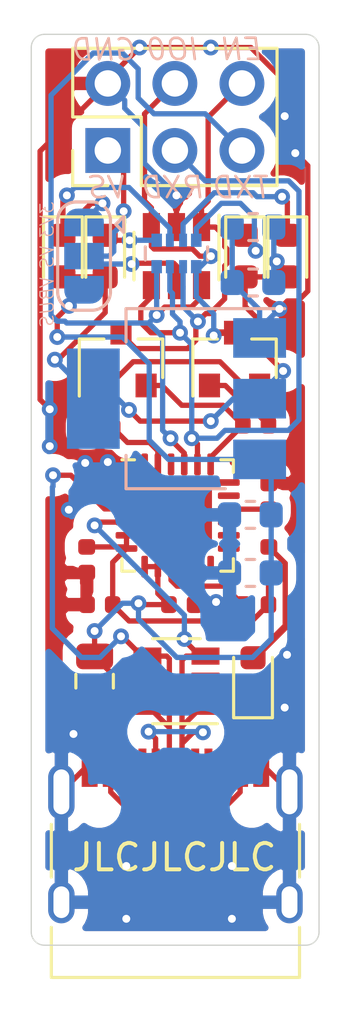
<source format=kicad_pcb>
(kicad_pcb (version 20171130) (host pcbnew 5.1.6+dfsg1-1)

  (general
    (thickness 1.6)
    (drawings 18)
    (tracks 401)
    (zones 0)
    (modules 28)
    (nets 39)
  )

  (page A4)
  (layers
    (0 F.Cu signal)
    (31 B.Cu signal)
    (32 B.Adhes user)
    (33 F.Adhes user)
    (34 B.Paste user)
    (35 F.Paste user)
    (36 B.SilkS user)
    (37 F.SilkS user)
    (38 B.Mask user)
    (39 F.Mask user)
    (40 Dwgs.User user)
    (41 Cmts.User user)
    (42 Eco1.User user)
    (43 Eco2.User user)
    (44 Edge.Cuts user)
    (45 Margin user)
    (46 B.CrtYd user)
    (47 F.CrtYd user)
    (48 B.Fab user)
    (49 F.Fab user)
  )

  (setup
    (last_trace_width 0.2)
    (trace_clearance 0.2)
    (zone_clearance 0.508)
    (zone_45_only no)
    (trace_min 0.2)
    (via_size 0.6)
    (via_drill 0.3)
    (via_min_size 0.4)
    (via_min_drill 0.3)
    (uvia_size 0.3)
    (uvia_drill 0.1)
    (uvias_allowed no)
    (uvia_min_size 0.2)
    (uvia_min_drill 0.1)
    (edge_width 0.05)
    (segment_width 0.2)
    (pcb_text_width 0.3)
    (pcb_text_size 1.5 1.5)
    (mod_edge_width 0.12)
    (mod_text_size 1 1)
    (mod_text_width 0.15)
    (pad_size 2 3.8)
    (pad_drill 0)
    (pad_to_mask_clearance 0.051)
    (solder_mask_min_width 0.25)
    (aux_axis_origin 149.4 127)
    (grid_origin 149.4 127)
    (visible_elements 7FF9FFFF)
    (pcbplotparams
      (layerselection 0x010fc_ffffffff)
      (usegerberextensions false)
      (usegerberattributes false)
      (usegerberadvancedattributes false)
      (creategerberjobfile false)
      (excludeedgelayer true)
      (linewidth 0.100000)
      (plotframeref false)
      (viasonmask false)
      (mode 1)
      (useauxorigin false)
      (hpglpennumber 1)
      (hpglpenspeed 20)
      (hpglpendiameter 15.000000)
      (psnegative false)
      (psa4output false)
      (plotreference true)
      (plotvalue true)
      (plotinvisibletext false)
      (padsonsilk false)
      (subtractmaskfromsilk false)
      (outputformat 1)
      (mirror false)
      (drillshape 0)
      (scaleselection 1)
      (outputdirectory "output/gerber/"))
  )

  (net 0 "")
  (net 1 GND)
  (net 2 VBUS)
  (net 3 +3V3)
  (net 4 "Net-(C5-Pad1)")
  (net 5 /CP2104/VDD3V45)
  (net 6 "Net-(D1-Pad1)")
  (net 7 "Net-(D2-Pad1)")
  (net 8 "Net-(D3-Pad1)")
  (net 9 "Net-(D4-Pad1)")
  (net 10 "Net-(F1-Pad2)")
  (net 11 /EN)
  (net 12 /TXD)
  (net 13 /IO0)
  (net 14 /RXD)
  (net 15 VS)
  (net 16 /CP2104/RTS)
  (net 17 "Net-(Q1-Pad1)")
  (net 18 /CP2104/DTR)
  (net 19 "Net-(Q2-Pad1)")
  (net 20 "Net-(R1-Pad1)")
  (net 21 /D-)
  (net 22 /D+)
  (net 23 "Net-(U5-Pad24)")
  (net 24 "Net-(U5-Pad22)")
  (net 25 "Net-(U5-Pad18)")
  (net 26 "Net-(U5-Pad17)")
  (net 27 "Net-(U5-Pad15)")
  (net 28 "Net-(U5-Pad14)")
  (net 29 "Net-(U5-Pad13)")
  (net 30 "Net-(U5-Pad12)")
  (net 31 "Net-(U5-Pad11)")
  (net 32 "Net-(U5-Pad10)")
  (net 33 "Net-(U5-Pad1)")
  (net 34 "Net-(D5-Pad2)")
  (net 35 "Net-(J2-PadB8)")
  (net 36 "Net-(J2-PadA5)")
  (net 37 "Net-(J2-PadA8)")
  (net 38 "Net-(J2-PadB5)")

  (net_class Default 这是默认网络类。
    (clearance 0.2)
    (trace_width 0.2)
    (via_dia 0.6)
    (via_drill 0.3)
    (uvia_dia 0.3)
    (uvia_drill 0.1)
    (add_net +3V3)
    (add_net /CP2104/DTR)
    (add_net /CP2104/RTS)
    (add_net /CP2104/VDD3V45)
    (add_net /D+)
    (add_net /D-)
    (add_net /EN)
    (add_net /IO0)
    (add_net /RXD)
    (add_net /TXD)
    (add_net GND)
    (add_net "Net-(C5-Pad1)")
    (add_net "Net-(D1-Pad1)")
    (add_net "Net-(D2-Pad1)")
    (add_net "Net-(D3-Pad1)")
    (add_net "Net-(D4-Pad1)")
    (add_net "Net-(D5-Pad2)")
    (add_net "Net-(F1-Pad2)")
    (add_net "Net-(J2-PadA5)")
    (add_net "Net-(J2-PadA8)")
    (add_net "Net-(J2-PadB5)")
    (add_net "Net-(J2-PadB8)")
    (add_net "Net-(Q1-Pad1)")
    (add_net "Net-(Q2-Pad1)")
    (add_net "Net-(R1-Pad1)")
    (add_net "Net-(U5-Pad1)")
    (add_net "Net-(U5-Pad10)")
    (add_net "Net-(U5-Pad11)")
    (add_net "Net-(U5-Pad12)")
    (add_net "Net-(U5-Pad13)")
    (add_net "Net-(U5-Pad14)")
    (add_net "Net-(U5-Pad15)")
    (add_net "Net-(U5-Pad17)")
    (add_net "Net-(U5-Pad18)")
    (add_net "Net-(U5-Pad22)")
    (add_net "Net-(U5-Pad24)")
    (add_net VBUS)
    (add_net VS)
  )

  (module USB:HRO_TYPE-C-31-M-12 (layer F.Cu) (tedit 5F293517) (tstamp 5F2943AE)
    (at 154.861 124.3216)
    (descr "USB Type-C receptacle for USB 2.0 and PD, http://www.krhro.com/uploads/soft/180320/1-1P320120243.pdf")
    (tags "usb usb-c 2.0 pd")
    (path /5F296665)
    (attr smd)
    (fp_text reference J2 (at 0 -5.645) (layer F.SilkS) hide
      (effects (font (size 1 1) (thickness 0.15)))
    )
    (fp_text value HRO_TYPE-C-31-M-12 (at 0 5.1) (layer F.Fab)
      (effects (font (size 1 1) (thickness 0.15)))
    )
    (fp_line (start -4.7 2) (end -4.7 3.9) (layer F.SilkS) (width 0.12))
    (fp_line (start -4.7 -1.9) (end -4.7 0.1) (layer F.SilkS) (width 0.12))
    (fp_line (start 4.7 2) (end 4.7 3.9) (layer F.SilkS) (width 0.12))
    (fp_line (start 4.7 -1.9) (end 4.7 0.1) (layer F.SilkS) (width 0.12))
    (fp_line (start 5.32 -5.27) (end 5.32 4.15) (layer F.CrtYd) (width 0.05))
    (fp_line (start -5.32 -5.27) (end -5.32 4.15) (layer F.CrtYd) (width 0.05))
    (fp_line (start -5.32 4.15) (end 5.32 4.15) (layer F.CrtYd) (width 0.05))
    (fp_line (start -5.32 -5.27) (end 5.32 -5.27) (layer F.CrtYd) (width 0.05))
    (fp_line (start 4.47 -3.65) (end 4.47 3.65) (layer F.Fab) (width 0.1))
    (fp_line (start -4.47 3.65) (end 4.47 3.65) (layer F.Fab) (width 0.1))
    (fp_line (start -4.47 -3.65) (end -4.47 3.65) (layer F.Fab) (width 0.1))
    (fp_line (start -4.47 -3.65) (end 4.47 -3.65) (layer F.Fab) (width 0.1))
    (fp_line (start -4.7 3.9) (end 4.7 3.9) (layer F.SilkS) (width 0.12))
    (fp_text user %R (at 0 0) (layer F.Fab)
      (effects (font (size 1 1) (thickness 0.15)))
    )
    (pad B1 smd rect (at 3.25 -4.045) (size 0.6 1.45) (layers F.Cu F.Paste F.Mask)
      (net 1 GND))
    (pad A9 smd rect (at 2.45 -4.045) (size 0.6 1.45) (layers F.Cu F.Paste F.Mask)
      (net 10 "Net-(F1-Pad2)"))
    (pad B9 smd rect (at -2.45 -4.045) (size 0.6 1.45) (layers F.Cu F.Paste F.Mask)
      (net 10 "Net-(F1-Pad2)"))
    (pad B12 smd rect (at -3.25 -4.045) (size 0.6 1.45) (layers F.Cu F.Paste F.Mask)
      (net 1 GND))
    (pad A1 smd rect (at -3.25 -4.045) (size 0.6 1.45) (layers F.Cu F.Paste F.Mask)
      (net 1 GND))
    (pad A4 smd rect (at -2.45 -4.045) (size 0.6 1.45) (layers F.Cu F.Paste F.Mask)
      (net 10 "Net-(F1-Pad2)"))
    (pad B4 smd rect (at 2.45 -4.045) (size 0.6 1.45) (layers F.Cu F.Paste F.Mask)
      (net 10 "Net-(F1-Pad2)"))
    (pad A12 smd rect (at 3.25 -4.045) (size 0.6 1.45) (layers F.Cu F.Paste F.Mask)
      (net 1 GND))
    (pad B8 smd rect (at -1.75 -4.045) (size 0.3 1.45) (layers F.Cu F.Paste F.Mask)
      (net 35 "Net-(J2-PadB8)"))
    (pad A5 smd rect (at -1.25 -4.045) (size 0.3 1.45) (layers F.Cu F.Paste F.Mask)
      (net 36 "Net-(J2-PadA5)"))
    (pad B7 smd rect (at -0.75 -4.045) (size 0.3 1.45) (layers F.Cu F.Paste F.Mask)
      (net 21 /D-))
    (pad A7 smd rect (at 0.25 -4.045) (size 0.3 1.45) (layers F.Cu F.Paste F.Mask)
      (net 21 /D-))
    (pad B6 smd rect (at 0.75 -4.045) (size 0.3 1.45) (layers F.Cu F.Paste F.Mask)
      (net 22 /D+))
    (pad A8 smd rect (at 1.25 -4.045) (size 0.3 1.45) (layers F.Cu F.Paste F.Mask)
      (net 37 "Net-(J2-PadA8)"))
    (pad B5 smd rect (at 1.75 -4.045) (size 0.3 1.45) (layers F.Cu F.Paste F.Mask)
      (net 38 "Net-(J2-PadB5)"))
    (pad A6 smd rect (at -0.25 -4.045) (size 0.3 1.45) (layers F.Cu F.Paste F.Mask)
      (net 22 /D+))
    (pad S1 thru_hole oval (at 4.32 -3.13) (size 1 2.1) (drill oval 0.6 1.7) (layers *.Cu *.Mask)
      (net 1 GND))
    (pad S1 thru_hole oval (at -4.32 -3.13) (size 1 2.1) (drill oval 0.6 1.7) (layers *.Cu *.Mask)
      (net 1 GND))
    (pad "" np_thru_hole circle (at -2.89 -2.6) (size 0.65 0.65) (drill 0.65) (layers *.Cu *.Mask))
    (pad S1 thru_hole oval (at -4.32 1.05) (size 1 1.6) (drill oval 0.6 1.2) (layers *.Cu *.Mask)
      (net 1 GND))
    (pad "" np_thru_hole circle (at 2.89 -2.6) (size 0.65 0.65) (drill 0.65) (layers *.Cu *.Mask))
    (pad S1 thru_hole oval (at 4.32 1.05) (size 1 1.6) (drill oval 0.6 1.2) (layers *.Cu *.Mask)
      (net 1 GND))
    (model ${KIPRJMOD}/kicad-lib/modules/packages3d/USB.3dshapes/HRO_TYPE-C-31-M-12.step
      (offset (xyz -4.5 -3.8 0))
      (scale (xyz 1 1 1))
      (rotate (xyz 0 0 0))
    )
  )

  (module Resistor_SMD:R_0402_1005Metric (layer F.Cu) (tedit 5B301BBD) (tstamp 5D3B926A)
    (at 158.4 112.4 90)
    (descr "Resistor SMD 0402 (1005 Metric), square (rectangular) end terminal, IPC_7351 nominal, (Body size source: http://www.tortai-tech.com/upload/download/2011102023233369053.pdf), generated with kicad-footprint-generator")
    (tags resistor)
    (path /5D3A754A/5D3C2CAD)
    (attr smd)
    (fp_text reference R4 (at 0 -1.17 90) (layer F.SilkS) hide
      (effects (font (size 1 1) (thickness 0.15)))
    )
    (fp_text value 1K (at 0 1.17 90) (layer F.Fab) hide
      (effects (font (size 1 1) (thickness 0.15)))
    )
    (fp_line (start 0.93 0.47) (end -0.93 0.47) (layer F.CrtYd) (width 0.05))
    (fp_line (start 0.93 -0.47) (end 0.93 0.47) (layer F.CrtYd) (width 0.05))
    (fp_line (start -0.93 -0.47) (end 0.93 -0.47) (layer F.CrtYd) (width 0.05))
    (fp_line (start -0.93 0.47) (end -0.93 -0.47) (layer F.CrtYd) (width 0.05))
    (fp_line (start 0.5 0.25) (end -0.5 0.25) (layer F.Fab) (width 0.1))
    (fp_line (start 0.5 -0.25) (end 0.5 0.25) (layer F.Fab) (width 0.1))
    (fp_line (start -0.5 -0.25) (end 0.5 -0.25) (layer F.Fab) (width 0.1))
    (fp_line (start -0.5 0.25) (end -0.5 -0.25) (layer F.Fab) (width 0.1))
    (fp_text user %R (at 0 0 90) (layer F.Fab)
      (effects (font (size 0.25 0.25) (thickness 0.04)))
    )
    (pad 2 smd roundrect (at 0.485 0 90) (size 0.59 0.64) (layers F.Cu F.Paste F.Mask) (roundrect_rratio 0.25)
      (net 34 "Net-(D5-Pad2)"))
    (pad 1 smd roundrect (at -0.485 0 90) (size 0.59 0.64) (layers F.Cu F.Paste F.Mask) (roundrect_rratio 0.25)
      (net 5 /CP2104/VDD3V45))
    (model ${KISYS3DMOD}/Resistor_SMD.3dshapes/R_0402_1005Metric.wrl
      (at (xyz 0 0 0))
      (scale (xyz 1 1 1))
      (rotate (xyz 0 0 0))
    )
  )

  (module LED_SMD:LED_0603_1608Metric (layer F.Cu) (tedit 5B301BBE) (tstamp 5D3B9137)
    (at 157.8 116.9 90)
    (descr "LED SMD 0603 (1608 Metric), square (rectangular) end terminal, IPC_7351 nominal, (Body size source: http://www.tortai-tech.com/upload/download/2011102023233369053.pdf), generated with kicad-footprint-generator")
    (tags diode)
    (path /5D3A754A/5D3C13A1)
    (attr smd)
    (fp_text reference D5 (at 0 -1.43 90) (layer F.SilkS) hide
      (effects (font (size 1 1) (thickness 0.15)))
    )
    (fp_text value LED (at 0 1.43 90) (layer F.Fab) hide
      (effects (font (size 1 1) (thickness 0.15)))
    )
    (fp_line (start 1.48 0.73) (end -1.48 0.73) (layer F.CrtYd) (width 0.05))
    (fp_line (start 1.48 -0.73) (end 1.48 0.73) (layer F.CrtYd) (width 0.05))
    (fp_line (start -1.48 -0.73) (end 1.48 -0.73) (layer F.CrtYd) (width 0.05))
    (fp_line (start -1.48 0.73) (end -1.48 -0.73) (layer F.CrtYd) (width 0.05))
    (fp_line (start -1.485 0.735) (end 0.8 0.735) (layer F.SilkS) (width 0.12))
    (fp_line (start -1.485 -0.735) (end -1.485 0.735) (layer F.SilkS) (width 0.12))
    (fp_line (start 0.8 -0.735) (end -1.485 -0.735) (layer F.SilkS) (width 0.12))
    (fp_line (start 0.8 0.4) (end 0.8 -0.4) (layer F.Fab) (width 0.1))
    (fp_line (start -0.8 0.4) (end 0.8 0.4) (layer F.Fab) (width 0.1))
    (fp_line (start -0.8 -0.1) (end -0.8 0.4) (layer F.Fab) (width 0.1))
    (fp_line (start -0.5 -0.4) (end -0.8 -0.1) (layer F.Fab) (width 0.1))
    (fp_line (start 0.8 -0.4) (end -0.5 -0.4) (layer F.Fab) (width 0.1))
    (fp_text user %R (at 0 0 90) (layer F.Fab)
      (effects (font (size 0.4 0.4) (thickness 0.06)))
    )
    (pad 2 smd roundrect (at 0.7875 0 90) (size 0.875 0.95) (layers F.Cu F.Paste F.Mask) (roundrect_rratio 0.25)
      (net 34 "Net-(D5-Pad2)"))
    (pad 1 smd roundrect (at -0.7875 0 90) (size 0.875 0.95) (layers F.Cu F.Paste F.Mask) (roundrect_rratio 0.25)
      (net 1 GND))
    (model ${KISYS3DMOD}/LED_SMD.3dshapes/LED_0603_1608Metric.wrl
      (at (xyz 0 0 0))
      (scale (xyz 1 1 1))
      (rotate (xyz 0 0 0))
    )
  )

  (module Package_TO_SOT_SMD:SOT-223 (layer B.Cu) (tedit 5F2943D5) (tstamp 5D3C825C)
    (at 154.9 106.3 180)
    (descr "module CMS SOT223 4 pins")
    (tags "CMS SOT")
    (path /5D39DEA8/5D34CC59)
    (attr smd)
    (fp_text reference U4 (at 0 4.5 180) (layer B.SilkS) hide
      (effects (font (size 1 1) (thickness 0.15)) (justify mirror))
    )
    (fp_text value AMS1117-LDO (at 0 -4.5 180) (layer B.Fab) hide
      (effects (font (size 1 1) (thickness 0.15)) (justify mirror))
    )
    (fp_line (start 1.85 3.35) (end 1.85 -3.35) (layer B.Fab) (width 0.1))
    (fp_line (start -1.85 -3.35) (end 1.85 -3.35) (layer B.Fab) (width 0.1))
    (fp_line (start -4.1 3.41) (end 1.91 3.41) (layer B.SilkS) (width 0.12))
    (fp_line (start -0.8 3.35) (end 1.85 3.35) (layer B.Fab) (width 0.1))
    (fp_line (start -1.85 -3.41) (end 1.91 -3.41) (layer B.SilkS) (width 0.12))
    (fp_line (start -1.85 2.3) (end -1.85 -3.35) (layer B.Fab) (width 0.1))
    (fp_line (start -4.4 3.6) (end -4.4 -3.6) (layer B.CrtYd) (width 0.05))
    (fp_line (start -4.4 -3.6) (end 4.4 -3.6) (layer B.CrtYd) (width 0.05))
    (fp_line (start 4.4 -3.6) (end 4.4 3.6) (layer B.CrtYd) (width 0.05))
    (fp_line (start 4.4 3.6) (end -4.4 3.6) (layer B.CrtYd) (width 0.05))
    (fp_line (start 1.91 3.41) (end 1.91 2.15) (layer B.SilkS) (width 0.12))
    (fp_line (start 1.91 -3.41) (end 1.91 -2.15) (layer B.SilkS) (width 0.12))
    (fp_line (start -1.85 2.3) (end -0.8 3.35) (layer B.Fab) (width 0.1))
    (fp_text user %R (at 0 0 90) (layer B.Fab)
      (effects (font (size 0.8 0.8) (thickness 0.12)) (justify mirror))
    )
    (pad 1 smd rect (at -3.15 2.3 180) (size 2 1.5) (layers B.Cu B.Paste B.Mask)
      (net 1 GND))
    (pad 3 smd rect (at -3.15 -2.3 180) (size 2 1.5) (layers B.Cu B.Paste B.Mask)
      (net 2 VBUS))
    (pad 2 smd rect (at -3.15 0 180) (size 2 1.5) (layers B.Cu B.Paste B.Mask)
      (net 3 +3V3))
    (pad 4 smd rect (at 3.15 0 180) (size 2 3.8) (layers B.Cu B.Paste B.Mask)
      (net 3 +3V3))
    (model ${KISYS3DMOD}/Package_TO_SOT_SMD.3dshapes/SOT-223.wrl
      (at (xyz 0 0 0))
      (scale (xyz 1 1 1))
      (rotate (xyz 0 0 0))
    )
  )

  (module Jumper:SolderJumper-3_P1.3mm_Open_RoundedPad1.0x1.5mm (layer B.Cu) (tedit 5B391EB7) (tstamp 5D3C9834)
    (at 151.4 100.9 270)
    (descr "SMD Solder 3-pad Jumper, 1x1.5mm rounded Pads, 0.3mm gap, open")
    (tags "solder jumper open")
    (path /5D49CC9F)
    (attr virtual)
    (fp_text reference JP1 (at 0 1.8 270) (layer B.SilkS) hide
      (effects (font (size 1 1) (thickness 0.15)) (justify mirror))
    )
    (fp_text value SolderJumper_3_Open (at 0 -1.9 270) (layer B.Fab) hide
      (effects (font (size 1 1) (thickness 0.15)) (justify mirror))
    )
    (fp_line (start -1.2 -1.2) (end -0.9 -1.5) (layer B.SilkS) (width 0.12))
    (fp_line (start -1.5 -1.5) (end -0.9 -1.5) (layer B.SilkS) (width 0.12))
    (fp_line (start -1.2 -1.2) (end -1.5 -1.5) (layer B.SilkS) (width 0.12))
    (fp_line (start -2.05 -0.3) (end -2.05 0.3) (layer B.SilkS) (width 0.12))
    (fp_line (start 1.4 -1) (end -1.4 -1) (layer B.SilkS) (width 0.12))
    (fp_line (start 2.05 0.3) (end 2.05 -0.3) (layer B.SilkS) (width 0.12))
    (fp_line (start -1.4 1) (end 1.4 1) (layer B.SilkS) (width 0.12))
    (fp_line (start -2.3 1.25) (end 2.3 1.25) (layer B.CrtYd) (width 0.05))
    (fp_line (start -2.3 1.25) (end -2.3 -1.25) (layer B.CrtYd) (width 0.05))
    (fp_line (start 2.3 -1.25) (end 2.3 1.25) (layer B.CrtYd) (width 0.05))
    (fp_line (start 2.3 -1.25) (end -2.3 -1.25) (layer B.CrtYd) (width 0.05))
    (fp_arc (start 1.35 0.3) (end 2.05 0.3) (angle 90) (layer B.SilkS) (width 0.12))
    (fp_arc (start 1.35 -0.3) (end 1.35 -1) (angle 90) (layer B.SilkS) (width 0.12))
    (fp_arc (start -1.35 -0.3) (end -2.05 -0.3) (angle 90) (layer B.SilkS) (width 0.12))
    (fp_arc (start -1.35 0.3) (end -1.35 1) (angle 90) (layer B.SilkS) (width 0.12))
    (pad 1 smd custom (at -1.3 0 270) (size 1 0.5) (layers B.Cu B.Mask)
      (net 3 +3V3) (zone_connect 2)
      (options (clearance outline) (anchor rect))
      (primitives
        (gr_circle (center 0 -0.25) (end 0.5 -0.25) (width 0))
        (gr_circle (center 0 0.25) (end 0.5 0.25) (width 0))
        (gr_poly (pts
           (xy 0.55 0.75) (xy 0 0.75) (xy 0 -0.75) (xy 0.55 -0.75)) (width 0))
      ))
    (pad 3 smd custom (at 1.3 0 270) (size 1 0.5) (layers B.Cu B.Mask)
      (net 2 VBUS) (zone_connect 2)
      (options (clearance outline) (anchor rect))
      (primitives
        (gr_circle (center 0 -0.25) (end 0.5 -0.25) (width 0))
        (gr_circle (center 0 0.25) (end 0.5 0.25) (width 0))
        (gr_poly (pts
           (xy -0.55 0.75) (xy 0 0.75) (xy 0 -0.75) (xy -0.55 -0.75)) (width 0))
      ))
    (pad 2 smd rect (at 0 0 270) (size 1 1.5) (layers B.Cu B.Mask)
      (net 15 VS))
  )

  (module Package_DFN_QFN:QFN-24-1EP_4x4mm_P0.5mm_EP2.6x2.6mm (layer F.Cu) (tedit 5C1FD453) (tstamp 5D3BB5AC)
    (at 154.945001 110.725001)
    (descr "QFN, 24 Pin (http://ww1.microchip.com/downloads/en/PackagingSpec/00000049BQ.pdf#page=278), generated with kicad-footprint-generator ipc_dfn_qfn_generator.py")
    (tags "QFN DFN_QFN")
    (path /5D3A754A/5D3A771B)
    (attr smd)
    (fp_text reference U5 (at 0 -3.3) (layer F.SilkS) hide
      (effects (font (size 1 1) (thickness 0.15)))
    )
    (fp_text value CP2104 (at 0 3.3) (layer F.Fab) hide
      (effects (font (size 1 1) (thickness 0.15)))
    )
    (fp_line (start 2.6 -2.6) (end -2.6 -2.6) (layer F.CrtYd) (width 0.05))
    (fp_line (start 2.6 2.6) (end 2.6 -2.6) (layer F.CrtYd) (width 0.05))
    (fp_line (start -2.6 2.6) (end 2.6 2.6) (layer F.CrtYd) (width 0.05))
    (fp_line (start -2.6 -2.6) (end -2.6 2.6) (layer F.CrtYd) (width 0.05))
    (fp_line (start -2 -1) (end -1 -2) (layer F.Fab) (width 0.1))
    (fp_line (start -2 2) (end -2 -1) (layer F.Fab) (width 0.1))
    (fp_line (start 2 2) (end -2 2) (layer F.Fab) (width 0.1))
    (fp_line (start 2 -2) (end 2 2) (layer F.Fab) (width 0.1))
    (fp_line (start -1 -2) (end 2 -2) (layer F.Fab) (width 0.1))
    (fp_line (start -1.635 -2.11) (end -2.11 -2.11) (layer F.SilkS) (width 0.12))
    (fp_line (start 2.11 2.11) (end 2.11 1.635) (layer F.SilkS) (width 0.12))
    (fp_line (start 1.635 2.11) (end 2.11 2.11) (layer F.SilkS) (width 0.12))
    (fp_line (start -2.11 2.11) (end -2.11 1.635) (layer F.SilkS) (width 0.12))
    (fp_line (start -1.635 2.11) (end -2.11 2.11) (layer F.SilkS) (width 0.12))
    (fp_line (start 2.11 -2.11) (end 2.11 -1.635) (layer F.SilkS) (width 0.12))
    (fp_line (start 1.635 -2.11) (end 2.11 -2.11) (layer F.SilkS) (width 0.12))
    (fp_text user %R (at 0 0) (layer F.Fab)
      (effects (font (size 1 1) (thickness 0.15)))
    )
    (pad 24 smd roundrect (at -1.25 -1.9375) (size 0.25 0.825) (layers F.Cu F.Paste F.Mask) (roundrect_rratio 0.25)
      (net 23 "Net-(U5-Pad24)"))
    (pad 23 smd roundrect (at -0.75 -1.9375) (size 0.25 0.825) (layers F.Cu F.Paste F.Mask) (roundrect_rratio 0.25)
      (net 18 /CP2104/DTR))
    (pad 22 smd roundrect (at -0.25 -1.9375) (size 0.25 0.825) (layers F.Cu F.Paste F.Mask) (roundrect_rratio 0.25)
      (net 24 "Net-(U5-Pad22)"))
    (pad 21 smd roundrect (at 0.25 -1.9375) (size 0.25 0.825) (layers F.Cu F.Paste F.Mask) (roundrect_rratio 0.25)
      (net 12 /TXD))
    (pad 20 smd roundrect (at 0.75 -1.9375) (size 0.25 0.825) (layers F.Cu F.Paste F.Mask) (roundrect_rratio 0.25)
      (net 14 /RXD))
    (pad 19 smd roundrect (at 1.25 -1.9375) (size 0.25 0.825) (layers F.Cu F.Paste F.Mask) (roundrect_rratio 0.25)
      (net 16 /CP2104/RTS))
    (pad 18 smd roundrect (at 1.9375 -1.25) (size 0.825 0.25) (layers F.Cu F.Paste F.Mask) (roundrect_rratio 0.25)
      (net 25 "Net-(U5-Pad18)"))
    (pad 17 smd roundrect (at 1.9375 -0.75) (size 0.825 0.25) (layers F.Cu F.Paste F.Mask) (roundrect_rratio 0.25)
      (net 26 "Net-(U5-Pad17)"))
    (pad 16 smd roundrect (at 1.9375 -0.25) (size 0.825 0.25) (layers F.Cu F.Paste F.Mask) (roundrect_rratio 0.25)
      (net 4 "Net-(C5-Pad1)"))
    (pad 15 smd roundrect (at 1.9375 0.25) (size 0.825 0.25) (layers F.Cu F.Paste F.Mask) (roundrect_rratio 0.25)
      (net 27 "Net-(U5-Pad15)"))
    (pad 14 smd roundrect (at 1.9375 0.75) (size 0.825 0.25) (layers F.Cu F.Paste F.Mask) (roundrect_rratio 0.25)
      (net 28 "Net-(U5-Pad14)"))
    (pad 13 smd roundrect (at 1.9375 1.25) (size 0.825 0.25) (layers F.Cu F.Paste F.Mask) (roundrect_rratio 0.25)
      (net 29 "Net-(U5-Pad13)"))
    (pad 12 smd roundrect (at 1.25 1.9375) (size 0.25 0.825) (layers F.Cu F.Paste F.Mask) (roundrect_rratio 0.25)
      (net 30 "Net-(U5-Pad12)"))
    (pad 11 smd roundrect (at 0.75 1.9375) (size 0.25 0.825) (layers F.Cu F.Paste F.Mask) (roundrect_rratio 0.25)
      (net 31 "Net-(U5-Pad11)"))
    (pad 10 smd roundrect (at 0.25 1.9375) (size 0.25 0.825) (layers F.Cu F.Paste F.Mask) (roundrect_rratio 0.25)
      (net 32 "Net-(U5-Pad10)"))
    (pad 9 smd roundrect (at -0.25 1.9375) (size 0.25 0.825) (layers F.Cu F.Paste F.Mask) (roundrect_rratio 0.25)
      (net 20 "Net-(R1-Pad1)"))
    (pad 8 smd roundrect (at -0.75 1.9375) (size 0.25 0.825) (layers F.Cu F.Paste F.Mask) (roundrect_rratio 0.25)
      (net 2 VBUS))
    (pad 7 smd roundrect (at -1.25 1.9375) (size 0.25 0.825) (layers F.Cu F.Paste F.Mask) (roundrect_rratio 0.25)
      (net 2 VBUS))
    (pad 6 smd roundrect (at -1.9375 1.25) (size 0.825 0.25) (layers F.Cu F.Paste F.Mask) (roundrect_rratio 0.25)
      (net 5 /CP2104/VDD3V45))
    (pad 5 smd roundrect (at -1.9375 0.75) (size 0.825 0.25) (layers F.Cu F.Paste F.Mask) (roundrect_rratio 0.25)
      (net 5 /CP2104/VDD3V45))
    (pad 4 smd roundrect (at -1.9375 0.25) (size 0.825 0.25) (layers F.Cu F.Paste F.Mask) (roundrect_rratio 0.25)
      (net 21 /D-))
    (pad 3 smd roundrect (at -1.9375 -0.25) (size 0.825 0.25) (layers F.Cu F.Paste F.Mask) (roundrect_rratio 0.25)
      (net 22 /D+))
    (pad 2 smd roundrect (at -1.9375 -0.75) (size 0.825 0.25) (layers F.Cu F.Paste F.Mask) (roundrect_rratio 0.25)
      (net 1 GND))
    (pad 1 smd roundrect (at -1.9375 -1.25) (size 0.825 0.25) (layers F.Cu F.Paste F.Mask) (roundrect_rratio 0.25)
      (net 33 "Net-(U5-Pad1)"))
    (pad "" smd roundrect (at 0.65 0.65) (size 1.05 1.05) (layers F.Paste) (roundrect_rratio 0.238095))
    (pad "" smd roundrect (at 0.65 -0.65) (size 1.05 1.05) (layers F.Paste) (roundrect_rratio 0.238095))
    (pad "" smd roundrect (at -0.65 0.65) (size 1.05 1.05) (layers F.Paste) (roundrect_rratio 0.238095))
    (pad "" smd roundrect (at -0.65 -0.65) (size 1.05 1.05) (layers F.Paste) (roundrect_rratio 0.238095))
    (pad 25 smd roundrect (at 0 0) (size 2.6 2.6) (layers F.Cu F.Mask) (roundrect_rratio 0.096154)
      (net 1 GND))
    (model ${KISYS3DMOD}/Package_DFN_QFN.3dshapes/QFN-24-1EP_4x4mm_P0.5mm_EP2.6x2.6mm.wrl
      (at (xyz 0 0 0))
      (scale (xyz 1 1 1))
      (rotate (xyz 0 0 0))
    )
  )

  (module Package_TO_SOT_SMD:SOT-23-6 (layer F.Cu) (tedit 5A02FF57) (tstamp 5D3BB564)
    (at 154.9 100.9 270)
    (descr "6-pin SOT-23 package")
    (tags SOT-23-6)
    (path /5D3CBF09)
    (attr smd)
    (fp_text reference U3 (at 0 -2.9 270) (layer F.SilkS) hide
      (effects (font (size 1 1) (thickness 0.15)))
    )
    (fp_text value SRV05-4 (at 0 2.9 270) (layer F.Fab) hide
      (effects (font (size 1 1) (thickness 0.15)))
    )
    (fp_line (start 0.9 -1.55) (end 0.9 1.55) (layer F.Fab) (width 0.1))
    (fp_line (start 0.9 1.55) (end -0.9 1.55) (layer F.Fab) (width 0.1))
    (fp_line (start -0.9 -0.9) (end -0.9 1.55) (layer F.Fab) (width 0.1))
    (fp_line (start 0.9 -1.55) (end -0.25 -1.55) (layer F.Fab) (width 0.1))
    (fp_line (start -0.9 -0.9) (end -0.25 -1.55) (layer F.Fab) (width 0.1))
    (fp_line (start -1.9 -1.8) (end -1.9 1.8) (layer F.CrtYd) (width 0.05))
    (fp_line (start -1.9 1.8) (end 1.9 1.8) (layer F.CrtYd) (width 0.05))
    (fp_line (start 1.9 1.8) (end 1.9 -1.8) (layer F.CrtYd) (width 0.05))
    (fp_line (start 1.9 -1.8) (end -1.9 -1.8) (layer F.CrtYd) (width 0.05))
    (fp_line (start 0.9 -1.61) (end -1.55 -1.61) (layer F.SilkS) (width 0.12))
    (fp_line (start -0.9 1.61) (end 0.9 1.61) (layer F.SilkS) (width 0.12))
    (fp_text user %R (at 0 0) (layer F.Fab)
      (effects (font (size 0.5 0.5) (thickness 0.075)))
    )
    (pad 5 smd rect (at 1.1 0 270) (size 1.06 0.65) (layers F.Cu F.Paste F.Mask)
      (net 15 VS))
    (pad 6 smd rect (at 1.1 -0.95 270) (size 1.06 0.65) (layers F.Cu F.Paste F.Mask)
      (net 12 /TXD))
    (pad 4 smd rect (at 1.1 0.95 270) (size 1.06 0.65) (layers F.Cu F.Paste F.Mask)
      (net 14 /RXD))
    (pad 3 smd rect (at -1.1 0.95 270) (size 1.06 0.65) (layers F.Cu F.Paste F.Mask)
      (net 13 /IO0))
    (pad 2 smd rect (at -1.1 0 270) (size 1.06 0.65) (layers F.Cu F.Paste F.Mask)
      (net 1 GND))
    (pad 1 smd rect (at -1.1 -0.95 270) (size 1.06 0.65) (layers F.Cu F.Paste F.Mask)
      (net 11 /EN))
    (model ${KISYS3DMOD}/Package_TO_SOT_SMD.3dshapes/SOT-23-6.wrl
      (at (xyz 0 0 0))
      (scale (xyz 1 1 1))
      (rotate (xyz 0 0 0))
    )
  )

  (module Package_TO_SOT_SMD:SOT-23-6 (layer F.Cu) (tedit 5A02FF57) (tstamp 5D3BB54E)
    (at 154.9 117 180)
    (descr "6-pin SOT-23 package")
    (tags SOT-23-6)
    (path /5D3C8240)
    (attr smd)
    (fp_text reference U2 (at 0 -2.9 180) (layer F.SilkS) hide
      (effects (font (size 1 1) (thickness 0.15)))
    )
    (fp_text value SRV05-4 (at 0 2.9 180) (layer F.Fab) hide
      (effects (font (size 1 1) (thickness 0.15)))
    )
    (fp_line (start 0.9 -1.55) (end 0.9 1.55) (layer F.Fab) (width 0.1))
    (fp_line (start 0.9 1.55) (end -0.9 1.55) (layer F.Fab) (width 0.1))
    (fp_line (start -0.9 -0.9) (end -0.9 1.55) (layer F.Fab) (width 0.1))
    (fp_line (start 0.9 -1.55) (end -0.25 -1.55) (layer F.Fab) (width 0.1))
    (fp_line (start -0.9 -0.9) (end -0.25 -1.55) (layer F.Fab) (width 0.1))
    (fp_line (start -1.9 -1.8) (end -1.9 1.8) (layer F.CrtYd) (width 0.05))
    (fp_line (start -1.9 1.8) (end 1.9 1.8) (layer F.CrtYd) (width 0.05))
    (fp_line (start 1.9 1.8) (end 1.9 -1.8) (layer F.CrtYd) (width 0.05))
    (fp_line (start 1.9 -1.8) (end -1.9 -1.8) (layer F.CrtYd) (width 0.05))
    (fp_line (start 0.9 -1.61) (end -1.55 -1.61) (layer F.SilkS) (width 0.12))
    (fp_line (start -0.9 1.61) (end 0.9 1.61) (layer F.SilkS) (width 0.12))
    (fp_text user %R (at 0 0 270) (layer F.Fab)
      (effects (font (size 0.5 0.5) (thickness 0.075)))
    )
    (pad 5 smd rect (at 1.1 0 180) (size 1.06 0.65) (layers F.Cu F.Paste F.Mask)
      (net 2 VBUS))
    (pad 6 smd rect (at 1.1 -0.95 180) (size 1.06 0.65) (layers F.Cu F.Paste F.Mask)
      (net 22 /D+))
    (pad 4 smd rect (at 1.1 0.95 180) (size 1.06 0.65) (layers F.Cu F.Paste F.Mask)
      (net 22 /D+))
    (pad 3 smd rect (at -1.1 0.95 180) (size 1.06 0.65) (layers F.Cu F.Paste F.Mask)
      (net 21 /D-))
    (pad 2 smd rect (at -1.1 0 180) (size 1.06 0.65) (layers F.Cu F.Paste F.Mask)
      (net 1 GND))
    (pad 1 smd rect (at -1.1 -0.95 180) (size 1.06 0.65) (layers F.Cu F.Paste F.Mask)
      (net 21 /D-))
    (model ${KISYS3DMOD}/Package_TO_SOT_SMD.3dshapes/SOT-23-6.wrl
      (at (xyz 0 0 0))
      (scale (xyz 1 1 1))
      (rotate (xyz 0 0 0))
    )
  )

  (module Resistor_SMD:R_Array_Convex_4x0402 (layer B.Cu) (tedit 58E0A8A8) (tstamp 5D3BB4CF)
    (at 154.9 100.8 90)
    (descr "Chip Resistor Network, ROHM MNR04 (see mnr_g.pdf)")
    (tags "resistor array")
    (path /5D3BE982)
    (attr smd)
    (fp_text reference RN1 (at 0 2.1 90) (layer B.SilkS) hide
      (effects (font (size 1 1) (thickness 0.15)) (justify mirror))
    )
    (fp_text value 1K (at 0 -2.1 90) (layer B.Fab) hide
      (effects (font (size 1 1) (thickness 0.15)) (justify mirror))
    )
    (fp_line (start 1 -1.25) (end -1 -1.25) (layer B.CrtYd) (width 0.05))
    (fp_line (start 1 -1.25) (end 1 1.25) (layer B.CrtYd) (width 0.05))
    (fp_line (start -1 1.25) (end -1 -1.25) (layer B.CrtYd) (width 0.05))
    (fp_line (start -1 1.25) (end 1 1.25) (layer B.CrtYd) (width 0.05))
    (fp_line (start 0.25 -1.18) (end -0.25 -1.18) (layer B.SilkS) (width 0.12))
    (fp_line (start 0.25 1.18) (end -0.25 1.18) (layer B.SilkS) (width 0.12))
    (fp_line (start -0.5 -1) (end -0.5 1) (layer B.Fab) (width 0.1))
    (fp_line (start 0.5 -1) (end -0.5 -1) (layer B.Fab) (width 0.1))
    (fp_line (start 0.5 1) (end 0.5 -1) (layer B.Fab) (width 0.1))
    (fp_line (start -0.5 1) (end 0.5 1) (layer B.Fab) (width 0.1))
    (fp_text user %R (at 0 0) (layer B.Fab)
      (effects (font (size 0.5 0.5) (thickness 0.075)) (justify mirror))
    )
    (pad 5 smd rect (at 0.5 -0.75 90) (size 0.5 0.4) (layers B.Cu B.Paste B.Mask)
      (net 9 "Net-(D4-Pad1)"))
    (pad 6 smd rect (at 0.5 -0.25 90) (size 0.5 0.3) (layers B.Cu B.Paste B.Mask)
      (net 8 "Net-(D3-Pad1)"))
    (pad 8 smd rect (at 0.5 0.75 90) (size 0.5 0.4) (layers B.Cu B.Paste B.Mask)
      (net 6 "Net-(D1-Pad1)"))
    (pad 7 smd rect (at 0.5 0.25 90) (size 0.5 0.3) (layers B.Cu B.Paste B.Mask)
      (net 7 "Net-(D2-Pad1)"))
    (pad 4 smd rect (at -0.5 -0.75 90) (size 0.5 0.4) (layers B.Cu B.Paste B.Mask)
      (net 12 /TXD))
    (pad 2 smd rect (at -0.5 0.25 90) (size 0.5 0.3) (layers B.Cu B.Paste B.Mask)
      (net 11 /EN))
    (pad 3 smd rect (at -0.5 -0.25 90) (size 0.5 0.3) (layers B.Cu B.Paste B.Mask)
      (net 14 /RXD))
    (pad 1 smd rect (at -0.5 0.75 90) (size 0.5 0.4) (layers B.Cu B.Paste B.Mask)
      (net 13 /IO0))
    (model ${KISYS3DMOD}/Resistor_SMD.3dshapes/R_Array_Convex_4x0402.wrl
      (at (xyz 0 0 0))
      (scale (xyz 1 1 1))
      (rotate (xyz 0 0 0))
    )
  )

  (module Resistor_SMD:R_0402_1005Metric (layer F.Cu) (tedit 5B301BBD) (tstamp 5D3BB4B8)
    (at 157.9 107.3)
    (descr "Resistor SMD 0402 (1005 Metric), square (rectangular) end terminal, IPC_7351 nominal, (Body size source: http://www.tortai-tech.com/upload/download/2011102023233369053.pdf), generated with kicad-footprint-generator")
    (tags resistor)
    (path /5D3A754A/5D3CE512)
    (attr smd)
    (fp_text reference R3 (at 0 -1.17) (layer F.SilkS) hide
      (effects (font (size 1 1) (thickness 0.15)))
    )
    (fp_text value 1K (at 0 1.17) (layer F.Fab) hide
      (effects (font (size 1 1) (thickness 0.15)))
    )
    (fp_line (start 0.93 0.47) (end -0.93 0.47) (layer F.CrtYd) (width 0.05))
    (fp_line (start 0.93 -0.47) (end 0.93 0.47) (layer F.CrtYd) (width 0.05))
    (fp_line (start -0.93 -0.47) (end 0.93 -0.47) (layer F.CrtYd) (width 0.05))
    (fp_line (start -0.93 0.47) (end -0.93 -0.47) (layer F.CrtYd) (width 0.05))
    (fp_line (start 0.5 0.25) (end -0.5 0.25) (layer F.Fab) (width 0.1))
    (fp_line (start 0.5 -0.25) (end 0.5 0.25) (layer F.Fab) (width 0.1))
    (fp_line (start -0.5 -0.25) (end 0.5 -0.25) (layer F.Fab) (width 0.1))
    (fp_line (start -0.5 0.25) (end -0.5 -0.25) (layer F.Fab) (width 0.1))
    (fp_text user %R (at 0 0) (layer F.Fab)
      (effects (font (size 0.25 0.25) (thickness 0.04)))
    )
    (pad 2 smd roundrect (at 0.485 0) (size 0.59 0.64) (layers F.Cu F.Paste F.Mask) (roundrect_rratio 0.25)
      (net 19 "Net-(Q2-Pad1)"))
    (pad 1 smd roundrect (at -0.485 0) (size 0.59 0.64) (layers F.Cu F.Paste F.Mask) (roundrect_rratio 0.25)
      (net 16 /CP2104/RTS))
    (model ${KISYS3DMOD}/Resistor_SMD.3dshapes/R_0402_1005Metric.wrl
      (at (xyz 0 0 0))
      (scale (xyz 1 1 1))
      (rotate (xyz 0 0 0))
    )
  )

  (module Resistor_SMD:R_0402_1005Metric (layer F.Cu) (tedit 5B301BBD) (tstamp 5D3BB4A9)
    (at 152 107.4 180)
    (descr "Resistor SMD 0402 (1005 Metric), square (rectangular) end terminal, IPC_7351 nominal, (Body size source: http://www.tortai-tech.com/upload/download/2011102023233369053.pdf), generated with kicad-footprint-generator")
    (tags resistor)
    (path /5D3A754A/5D3CE81F)
    (attr smd)
    (fp_text reference R2 (at 0 -1.17 180) (layer F.SilkS) hide
      (effects (font (size 1 1) (thickness 0.15)))
    )
    (fp_text value 1K (at 0 1.17 180) (layer F.Fab) hide
      (effects (font (size 1 1) (thickness 0.15)))
    )
    (fp_line (start 0.93 0.47) (end -0.93 0.47) (layer F.CrtYd) (width 0.05))
    (fp_line (start 0.93 -0.47) (end 0.93 0.47) (layer F.CrtYd) (width 0.05))
    (fp_line (start -0.93 -0.47) (end 0.93 -0.47) (layer F.CrtYd) (width 0.05))
    (fp_line (start -0.93 0.47) (end -0.93 -0.47) (layer F.CrtYd) (width 0.05))
    (fp_line (start 0.5 0.25) (end -0.5 0.25) (layer F.Fab) (width 0.1))
    (fp_line (start 0.5 -0.25) (end 0.5 0.25) (layer F.Fab) (width 0.1))
    (fp_line (start -0.5 -0.25) (end 0.5 -0.25) (layer F.Fab) (width 0.1))
    (fp_line (start -0.5 0.25) (end -0.5 -0.25) (layer F.Fab) (width 0.1))
    (fp_text user %R (at 0 0 180) (layer F.Fab)
      (effects (font (size 0.25 0.25) (thickness 0.04)))
    )
    (pad 2 smd roundrect (at 0.485 0 180) (size 0.59 0.64) (layers F.Cu F.Paste F.Mask) (roundrect_rratio 0.25)
      (net 17 "Net-(Q1-Pad1)"))
    (pad 1 smd roundrect (at -0.485 0 180) (size 0.59 0.64) (layers F.Cu F.Paste F.Mask) (roundrect_rratio 0.25)
      (net 18 /CP2104/DTR))
    (model ${KISYS3DMOD}/Resistor_SMD.3dshapes/R_0402_1005Metric.wrl
      (at (xyz 0 0 0))
      (scale (xyz 1 1 1))
      (rotate (xyz 0 0 0))
    )
  )

  (module Resistor_SMD:R_0402_1005Metric (layer F.Cu) (tedit 5B301BBD) (tstamp 5D3BB49A)
    (at 157.9 114.1)
    (descr "Resistor SMD 0402 (1005 Metric), square (rectangular) end terminal, IPC_7351 nominal, (Body size source: http://www.tortai-tech.com/upload/download/2011102023233369053.pdf), generated with kicad-footprint-generator")
    (tags resistor)
    (path /5D3A754A/5D3B6225)
    (attr smd)
    (fp_text reference R1 (at 0 -1.17) (layer F.SilkS) hide
      (effects (font (size 1 1) (thickness 0.15)))
    )
    (fp_text value 10K (at 0 1.17) (layer F.Fab) hide
      (effects (font (size 1 1) (thickness 0.15)))
    )
    (fp_line (start 0.93 0.47) (end -0.93 0.47) (layer F.CrtYd) (width 0.05))
    (fp_line (start 0.93 -0.47) (end 0.93 0.47) (layer F.CrtYd) (width 0.05))
    (fp_line (start -0.93 -0.47) (end 0.93 -0.47) (layer F.CrtYd) (width 0.05))
    (fp_line (start -0.93 0.47) (end -0.93 -0.47) (layer F.CrtYd) (width 0.05))
    (fp_line (start 0.5 0.25) (end -0.5 0.25) (layer F.Fab) (width 0.1))
    (fp_line (start 0.5 -0.25) (end 0.5 0.25) (layer F.Fab) (width 0.1))
    (fp_line (start -0.5 -0.25) (end 0.5 -0.25) (layer F.Fab) (width 0.1))
    (fp_line (start -0.5 0.25) (end -0.5 -0.25) (layer F.Fab) (width 0.1))
    (fp_text user %R (at 0 0) (layer F.Fab)
      (effects (font (size 0.25 0.25) (thickness 0.04)))
    )
    (pad 2 smd roundrect (at 0.485 0) (size 0.59 0.64) (layers F.Cu F.Paste F.Mask) (roundrect_rratio 0.25)
      (net 5 /CP2104/VDD3V45))
    (pad 1 smd roundrect (at -0.485 0) (size 0.59 0.64) (layers F.Cu F.Paste F.Mask) (roundrect_rratio 0.25)
      (net 20 "Net-(R1-Pad1)"))
    (model ${KISYS3DMOD}/Resistor_SMD.3dshapes/R_0402_1005Metric.wrl
      (at (xyz 0 0 0))
      (scale (xyz 1 1 1))
      (rotate (xyz 0 0 0))
    )
  )

  (module Package_TO_SOT_SMD:SOT-23 (layer F.Cu) (tedit 5A02FF57) (tstamp 5D3BB48B)
    (at 157.1 104.8 90)
    (descr "SOT-23, Standard")
    (tags SOT-23)
    (path /5D3A754A/5D3ABF9B)
    (attr smd)
    (fp_text reference Q2 (at 0 -2.5 90) (layer F.SilkS) hide
      (effects (font (size 1 1) (thickness 0.15)))
    )
    (fp_text value S9014 (at 0 2.5 90) (layer F.Fab) hide
      (effects (font (size 1 1) (thickness 0.15)))
    )
    (fp_line (start 0.76 1.58) (end -0.7 1.58) (layer F.SilkS) (width 0.12))
    (fp_line (start 0.76 -1.58) (end -1.4 -1.58) (layer F.SilkS) (width 0.12))
    (fp_line (start -1.7 1.75) (end -1.7 -1.75) (layer F.CrtYd) (width 0.05))
    (fp_line (start 1.7 1.75) (end -1.7 1.75) (layer F.CrtYd) (width 0.05))
    (fp_line (start 1.7 -1.75) (end 1.7 1.75) (layer F.CrtYd) (width 0.05))
    (fp_line (start -1.7 -1.75) (end 1.7 -1.75) (layer F.CrtYd) (width 0.05))
    (fp_line (start 0.76 -1.58) (end 0.76 -0.65) (layer F.SilkS) (width 0.12))
    (fp_line (start 0.76 1.58) (end 0.76 0.65) (layer F.SilkS) (width 0.12))
    (fp_line (start -0.7 1.52) (end 0.7 1.52) (layer F.Fab) (width 0.1))
    (fp_line (start 0.7 -1.52) (end 0.7 1.52) (layer F.Fab) (width 0.1))
    (fp_line (start -0.7 -0.95) (end -0.15 -1.52) (layer F.Fab) (width 0.1))
    (fp_line (start -0.15 -1.52) (end 0.7 -1.52) (layer F.Fab) (width 0.1))
    (fp_line (start -0.7 -0.95) (end -0.7 1.5) (layer F.Fab) (width 0.1))
    (fp_text user %R (at 0 0 180) (layer F.Fab)
      (effects (font (size 0.5 0.5) (thickness 0.075)))
    )
    (pad 3 smd rect (at 1 0 90) (size 0.9 0.8) (layers F.Cu F.Paste F.Mask)
      (net 13 /IO0))
    (pad 2 smd rect (at -1 0.95 90) (size 0.9 0.8) (layers F.Cu F.Paste F.Mask)
      (net 18 /CP2104/DTR))
    (pad 1 smd rect (at -1 -0.95 90) (size 0.9 0.8) (layers F.Cu F.Paste F.Mask)
      (net 19 "Net-(Q2-Pad1)"))
    (model ${KISYS3DMOD}/Package_TO_SOT_SMD.3dshapes/SOT-23.wrl
      (at (xyz 0 0 0))
      (scale (xyz 1 1 1))
      (rotate (xyz 0 0 0))
    )
  )

  (module Package_TO_SOT_SMD:SOT-23 (layer F.Cu) (tedit 5A02FF57) (tstamp 5D3BB476)
    (at 152.8 104.8 90)
    (descr "SOT-23, Standard")
    (tags SOT-23)
    (path /5D3A754A/5D371D42)
    (attr smd)
    (fp_text reference Q1 (at 0 -2.5 90) (layer F.SilkS) hide
      (effects (font (size 1 1) (thickness 0.15)))
    )
    (fp_text value S9014 (at 0 2.5 90) (layer F.Fab) hide
      (effects (font (size 1 1) (thickness 0.15)))
    )
    (fp_line (start 0.76 1.58) (end -0.7 1.58) (layer F.SilkS) (width 0.12))
    (fp_line (start 0.76 -1.58) (end -1.4 -1.58) (layer F.SilkS) (width 0.12))
    (fp_line (start -1.7 1.75) (end -1.7 -1.75) (layer F.CrtYd) (width 0.05))
    (fp_line (start 1.7 1.75) (end -1.7 1.75) (layer F.CrtYd) (width 0.05))
    (fp_line (start 1.7 -1.75) (end 1.7 1.75) (layer F.CrtYd) (width 0.05))
    (fp_line (start -1.7 -1.75) (end 1.7 -1.75) (layer F.CrtYd) (width 0.05))
    (fp_line (start 0.76 -1.58) (end 0.76 -0.65) (layer F.SilkS) (width 0.12))
    (fp_line (start 0.76 1.58) (end 0.76 0.65) (layer F.SilkS) (width 0.12))
    (fp_line (start -0.7 1.52) (end 0.7 1.52) (layer F.Fab) (width 0.1))
    (fp_line (start 0.7 -1.52) (end 0.7 1.52) (layer F.Fab) (width 0.1))
    (fp_line (start -0.7 -0.95) (end -0.15 -1.52) (layer F.Fab) (width 0.1))
    (fp_line (start -0.15 -1.52) (end 0.7 -1.52) (layer F.Fab) (width 0.1))
    (fp_line (start -0.7 -0.95) (end -0.7 1.5) (layer F.Fab) (width 0.1))
    (fp_text user %R (at 0 0 180) (layer F.Fab)
      (effects (font (size 0.5 0.5) (thickness 0.075)))
    )
    (pad 3 smd rect (at 1 0 90) (size 0.9 0.8) (layers F.Cu F.Paste F.Mask)
      (net 11 /EN))
    (pad 2 smd rect (at -1 0.95 90) (size 0.9 0.8) (layers F.Cu F.Paste F.Mask)
      (net 16 /CP2104/RTS))
    (pad 1 smd rect (at -1 -0.95 90) (size 0.9 0.8) (layers F.Cu F.Paste F.Mask)
      (net 17 "Net-(Q1-Pad1)"))
    (model ${KISYS3DMOD}/Package_TO_SOT_SMD.3dshapes/SOT-23.wrl
      (at (xyz 0 0 0))
      (scale (xyz 1 1 1))
      (rotate (xyz 0 0 0))
    )
  )

  (module Connector_PinHeader_2.54mm:PinHeader_2x03_P2.54mm_Vertical (layer F.Cu) (tedit 59FED5CC) (tstamp 5D3BB461)
    (at 152.3 96.9 90)
    (descr "Through hole straight pin header, 2x03, 2.54mm pitch, double rows")
    (tags "Through hole pin header THT 2x03 2.54mm double row")
    (path /5D3A8E3F)
    (fp_text reference J1 (at 1.27 -2.33 90) (layer F.SilkS) hide
      (effects (font (size 1 1) (thickness 0.15)))
    )
    (fp_text value Conn_02x03_Odd_Even (at 1.27 7.41 90) (layer F.Fab) hide
      (effects (font (size 1 1) (thickness 0.15)))
    )
    (fp_line (start 4.35 -1.8) (end -1.8 -1.8) (layer F.CrtYd) (width 0.05))
    (fp_line (start 4.35 6.85) (end 4.35 -1.8) (layer F.CrtYd) (width 0.05))
    (fp_line (start -1.8 6.85) (end 4.35 6.85) (layer F.CrtYd) (width 0.05))
    (fp_line (start -1.8 -1.8) (end -1.8 6.85) (layer F.CrtYd) (width 0.05))
    (fp_line (start -1.33 -1.33) (end 0 -1.33) (layer F.SilkS) (width 0.12))
    (fp_line (start -1.33 0) (end -1.33 -1.33) (layer F.SilkS) (width 0.12))
    (fp_line (start 1.27 -1.33) (end 3.87 -1.33) (layer F.SilkS) (width 0.12))
    (fp_line (start 1.27 1.27) (end 1.27 -1.33) (layer F.SilkS) (width 0.12))
    (fp_line (start -1.33 1.27) (end 1.27 1.27) (layer F.SilkS) (width 0.12))
    (fp_line (start 3.87 -1.33) (end 3.87 6.41) (layer F.SilkS) (width 0.12))
    (fp_line (start -1.33 1.27) (end -1.33 6.41) (layer F.SilkS) (width 0.12))
    (fp_line (start -1.33 6.41) (end 3.87 6.41) (layer F.SilkS) (width 0.12))
    (fp_line (start -1.27 0) (end 0 -1.27) (layer F.Fab) (width 0.1))
    (fp_line (start -1.27 6.35) (end -1.27 0) (layer F.Fab) (width 0.1))
    (fp_line (start 3.81 6.35) (end -1.27 6.35) (layer F.Fab) (width 0.1))
    (fp_line (start 3.81 -1.27) (end 3.81 6.35) (layer F.Fab) (width 0.1))
    (fp_line (start 0 -1.27) (end 3.81 -1.27) (layer F.Fab) (width 0.1))
    (fp_text user %R (at 1.4 2.6 180) (layer F.Fab)
      (effects (font (size 1 1) (thickness 0.15)))
    )
    (pad 6 thru_hole oval (at 2.54 5.08 90) (size 1.7 1.7) (drill 1) (layers *.Cu *.Mask)
      (net 11 /EN))
    (pad 5 thru_hole oval (at 0 5.08 90) (size 1.7 1.7) (drill 1) (layers *.Cu *.Mask)
      (net 12 /TXD))
    (pad 4 thru_hole oval (at 2.54 2.54 90) (size 1.7 1.7) (drill 1) (layers *.Cu *.Mask)
      (net 13 /IO0))
    (pad 3 thru_hole oval (at 0 2.54 90) (size 1.7 1.7) (drill 1) (layers *.Cu *.Mask)
      (net 14 /RXD))
    (pad 2 thru_hole oval (at 2.54 0 90) (size 1.7 1.7) (drill 1) (layers *.Cu *.Mask)
      (net 1 GND))
    (pad 1 thru_hole rect (at 0 0 90) (size 1.7 1.7) (drill 1) (layers *.Cu *.Mask)
      (net 15 VS))
    (model ${KISYS3DMOD}/Connector_PinHeader_2.54mm.3dshapes/PinHeader_2x03_P2.54mm_Vertical.wrl
      (at (xyz 0 0 0))
      (scale (xyz 1 1 1))
      (rotate (xyz 0 0 0))
    )
  )

  (module Fuse:Fuse_0805_2012Metric (layer F.Cu) (tedit 5B36C52C) (tstamp 5D3BB445)
    (at 151.8 117 270)
    (descr "Fuse SMD 0805 (2012 Metric), square (rectangular) end terminal, IPC_7351 nominal, (Body size source: https://docs.google.com/spreadsheets/d/1BsfQQcO9C6DZCsRaXUlFlo91Tg2WpOkGARC1WS5S8t0/edit?usp=sharing), generated with kicad-footprint-generator")
    (tags resistor)
    (path /5D3EE9F8)
    (attr smd)
    (fp_text reference F1 (at 0 -1.65 270) (layer F.SilkS) hide
      (effects (font (size 1 1) (thickness 0.15)))
    )
    (fp_text value PPTC (at 0 1.65 270) (layer F.Fab) hide
      (effects (font (size 1 1) (thickness 0.15)))
    )
    (fp_line (start 1.68 0.95) (end -1.68 0.95) (layer F.CrtYd) (width 0.05))
    (fp_line (start 1.68 -0.95) (end 1.68 0.95) (layer F.CrtYd) (width 0.05))
    (fp_line (start -1.68 -0.95) (end 1.68 -0.95) (layer F.CrtYd) (width 0.05))
    (fp_line (start -1.68 0.95) (end -1.68 -0.95) (layer F.CrtYd) (width 0.05))
    (fp_line (start -0.258578 0.71) (end 0.258578 0.71) (layer F.SilkS) (width 0.12))
    (fp_line (start -0.258578 -0.71) (end 0.258578 -0.71) (layer F.SilkS) (width 0.12))
    (fp_line (start 1 0.6) (end -1 0.6) (layer F.Fab) (width 0.1))
    (fp_line (start 1 -0.6) (end 1 0.6) (layer F.Fab) (width 0.1))
    (fp_line (start -1 -0.6) (end 1 -0.6) (layer F.Fab) (width 0.1))
    (fp_line (start -1 0.6) (end -1 -0.6) (layer F.Fab) (width 0.1))
    (fp_text user %R (at 0 0 270) (layer F.Fab)
      (effects (font (size 0.5 0.5) (thickness 0.08)))
    )
    (pad 2 smd roundrect (at 0.9375 0 270) (size 0.975 1.4) (layers F.Cu F.Paste F.Mask) (roundrect_rratio 0.25)
      (net 10 "Net-(F1-Pad2)"))
    (pad 1 smd roundrect (at -0.9375 0 270) (size 0.975 1.4) (layers F.Cu F.Paste F.Mask) (roundrect_rratio 0.25)
      (net 2 VBUS))
    (model ${KISYS3DMOD}/Fuse.3dshapes/Fuse_0805_2012Metric.wrl
      (at (xyz 0 0 0))
      (scale (xyz 1 1 1))
      (rotate (xyz 0 0 0))
    )
  )

  (module LED_SMD:LED_0603_1608Metric (layer F.Cu) (tedit 5B301BBE) (tstamp 5D3BB434)
    (at 152.2 100.9 270)
    (descr "LED SMD 0603 (1608 Metric), square (rectangular) end terminal, IPC_7351 nominal, (Body size source: http://www.tortai-tech.com/upload/download/2011102023233369053.pdf), generated with kicad-footprint-generator")
    (tags diode)
    (path /5D3BE563)
    (attr smd)
    (fp_text reference D4 (at 0 -1.43 270) (layer F.SilkS) hide
      (effects (font (size 1 1) (thickness 0.15)))
    )
    (fp_text value LED (at 0 1.43 270) (layer F.Fab) hide
      (effects (font (size 1 1) (thickness 0.15)))
    )
    (fp_line (start 1.48 0.73) (end -1.48 0.73) (layer F.CrtYd) (width 0.05))
    (fp_line (start 1.48 -0.73) (end 1.48 0.73) (layer F.CrtYd) (width 0.05))
    (fp_line (start -1.48 -0.73) (end 1.48 -0.73) (layer F.CrtYd) (width 0.05))
    (fp_line (start -1.48 0.73) (end -1.48 -0.73) (layer F.CrtYd) (width 0.05))
    (fp_line (start -1.485 0.735) (end 0.8 0.735) (layer F.SilkS) (width 0.12))
    (fp_line (start -1.485 -0.735) (end -1.485 0.735) (layer F.SilkS) (width 0.12))
    (fp_line (start 0.8 -0.735) (end -1.485 -0.735) (layer F.SilkS) (width 0.12))
    (fp_line (start 0.8 0.4) (end 0.8 -0.4) (layer F.Fab) (width 0.1))
    (fp_line (start -0.8 0.4) (end 0.8 0.4) (layer F.Fab) (width 0.1))
    (fp_line (start -0.8 -0.1) (end -0.8 0.4) (layer F.Fab) (width 0.1))
    (fp_line (start -0.5 -0.4) (end -0.8 -0.1) (layer F.Fab) (width 0.1))
    (fp_line (start 0.8 -0.4) (end -0.5 -0.4) (layer F.Fab) (width 0.1))
    (fp_text user %R (at 0 0 270) (layer F.Fab)
      (effects (font (size 0.4 0.4) (thickness 0.06)))
    )
    (pad 2 smd roundrect (at 0.7875 0 270) (size 0.875 0.95) (layers F.Cu F.Paste F.Mask) (roundrect_rratio 0.25)
      (net 3 +3V3))
    (pad 1 smd roundrect (at -0.7875 0 270) (size 0.875 0.95) (layers F.Cu F.Paste F.Mask) (roundrect_rratio 0.25)
      (net 9 "Net-(D4-Pad1)"))
    (model ${KISYS3DMOD}/LED_SMD.3dshapes/LED_0603_1608Metric.wrl
      (at (xyz 0 0 0))
      (scale (xyz 1 1 1))
      (rotate (xyz 0 0 0))
    )
  )

  (module LED_SMD:LED_0603_1608Metric (layer F.Cu) (tedit 5B301BBE) (tstamp 5D3BB421)
    (at 150.6 100.9 270)
    (descr "LED SMD 0603 (1608 Metric), square (rectangular) end terminal, IPC_7351 nominal, (Body size source: http://www.tortai-tech.com/upload/download/2011102023233369053.pdf), generated with kicad-footprint-generator")
    (tags diode)
    (path /5D3BDAC7)
    (attr smd)
    (fp_text reference D3 (at 0 -1.43 270) (layer F.SilkS) hide
      (effects (font (size 1 1) (thickness 0.15)))
    )
    (fp_text value LED (at 0 1.43 270) (layer F.Fab) hide
      (effects (font (size 1 1) (thickness 0.15)))
    )
    (fp_line (start 1.48 0.73) (end -1.48 0.73) (layer F.CrtYd) (width 0.05))
    (fp_line (start 1.48 -0.73) (end 1.48 0.73) (layer F.CrtYd) (width 0.05))
    (fp_line (start -1.48 -0.73) (end 1.48 -0.73) (layer F.CrtYd) (width 0.05))
    (fp_line (start -1.48 0.73) (end -1.48 -0.73) (layer F.CrtYd) (width 0.05))
    (fp_line (start -1.485 0.735) (end 0.8 0.735) (layer F.SilkS) (width 0.12))
    (fp_line (start -1.485 -0.735) (end -1.485 0.735) (layer F.SilkS) (width 0.12))
    (fp_line (start 0.8 -0.735) (end -1.485 -0.735) (layer F.SilkS) (width 0.12))
    (fp_line (start 0.8 0.4) (end 0.8 -0.4) (layer F.Fab) (width 0.1))
    (fp_line (start -0.8 0.4) (end 0.8 0.4) (layer F.Fab) (width 0.1))
    (fp_line (start -0.8 -0.1) (end -0.8 0.4) (layer F.Fab) (width 0.1))
    (fp_line (start -0.5 -0.4) (end -0.8 -0.1) (layer F.Fab) (width 0.1))
    (fp_line (start 0.8 -0.4) (end -0.5 -0.4) (layer F.Fab) (width 0.1))
    (fp_text user %R (at 0 0 270) (layer F.Fab)
      (effects (font (size 0.4 0.4) (thickness 0.06)))
    )
    (pad 2 smd roundrect (at 0.7875 0 270) (size 0.875 0.95) (layers F.Cu F.Paste F.Mask) (roundrect_rratio 0.25)
      (net 3 +3V3))
    (pad 1 smd roundrect (at -0.7875 0 270) (size 0.875 0.95) (layers F.Cu F.Paste F.Mask) (roundrect_rratio 0.25)
      (net 8 "Net-(D3-Pad1)"))
    (model ${KISYS3DMOD}/LED_SMD.3dshapes/LED_0603_1608Metric.wrl
      (at (xyz 0 0 0))
      (scale (xyz 1 1 1))
      (rotate (xyz 0 0 0))
    )
  )

  (module LED_SMD:LED_0603_1608Metric (layer F.Cu) (tedit 5B301BBE) (tstamp 5D3BB40E)
    (at 159.1 100.9 270)
    (descr "LED SMD 0603 (1608 Metric), square (rectangular) end terminal, IPC_7351 nominal, (Body size source: http://www.tortai-tech.com/upload/download/2011102023233369053.pdf), generated with kicad-footprint-generator")
    (tags diode)
    (path /5D3BD6A7)
    (attr smd)
    (fp_text reference D2 (at 0 -1.43 270) (layer F.SilkS) hide
      (effects (font (size 1 1) (thickness 0.15)))
    )
    (fp_text value LED (at 0 1.43 270) (layer F.Fab) hide
      (effects (font (size 1 1) (thickness 0.15)))
    )
    (fp_line (start 1.48 0.73) (end -1.48 0.73) (layer F.CrtYd) (width 0.05))
    (fp_line (start 1.48 -0.73) (end 1.48 0.73) (layer F.CrtYd) (width 0.05))
    (fp_line (start -1.48 -0.73) (end 1.48 -0.73) (layer F.CrtYd) (width 0.05))
    (fp_line (start -1.48 0.73) (end -1.48 -0.73) (layer F.CrtYd) (width 0.05))
    (fp_line (start -1.485 0.735) (end 0.8 0.735) (layer F.SilkS) (width 0.12))
    (fp_line (start -1.485 -0.735) (end -1.485 0.735) (layer F.SilkS) (width 0.12))
    (fp_line (start 0.8 -0.735) (end -1.485 -0.735) (layer F.SilkS) (width 0.12))
    (fp_line (start 0.8 0.4) (end 0.8 -0.4) (layer F.Fab) (width 0.1))
    (fp_line (start -0.8 0.4) (end 0.8 0.4) (layer F.Fab) (width 0.1))
    (fp_line (start -0.8 -0.1) (end -0.8 0.4) (layer F.Fab) (width 0.1))
    (fp_line (start -0.5 -0.4) (end -0.8 -0.1) (layer F.Fab) (width 0.1))
    (fp_line (start 0.8 -0.4) (end -0.5 -0.4) (layer F.Fab) (width 0.1))
    (fp_text user %R (at 0 0 270) (layer F.Fab)
      (effects (font (size 0.4 0.4) (thickness 0.06)))
    )
    (pad 2 smd roundrect (at 0.7875 0 270) (size 0.875 0.95) (layers F.Cu F.Paste F.Mask) (roundrect_rratio 0.25)
      (net 3 +3V3))
    (pad 1 smd roundrect (at -0.7875 0 270) (size 0.875 0.95) (layers F.Cu F.Paste F.Mask) (roundrect_rratio 0.25)
      (net 7 "Net-(D2-Pad1)"))
    (model ${KISYS3DMOD}/LED_SMD.3dshapes/LED_0603_1608Metric.wrl
      (at (xyz 0 0 0))
      (scale (xyz 1 1 1))
      (rotate (xyz 0 0 0))
    )
  )

  (module LED_SMD:LED_0603_1608Metric (layer F.Cu) (tedit 5B301BBE) (tstamp 5D3BB3FB)
    (at 157.5 100.9 270)
    (descr "LED SMD 0603 (1608 Metric), square (rectangular) end terminal, IPC_7351 nominal, (Body size source: http://www.tortai-tech.com/upload/download/2011102023233369053.pdf), generated with kicad-footprint-generator")
    (tags diode)
    (path /5D33D42E)
    (attr smd)
    (fp_text reference D1 (at 0 -1.43 270) (layer F.SilkS) hide
      (effects (font (size 1 1) (thickness 0.15)))
    )
    (fp_text value LED (at 0 1.43 270) (layer F.Fab) hide
      (effects (font (size 1 1) (thickness 0.15)))
    )
    (fp_line (start 1.48 0.73) (end -1.48 0.73) (layer F.CrtYd) (width 0.05))
    (fp_line (start 1.48 -0.73) (end 1.48 0.73) (layer F.CrtYd) (width 0.05))
    (fp_line (start -1.48 -0.73) (end 1.48 -0.73) (layer F.CrtYd) (width 0.05))
    (fp_line (start -1.48 0.73) (end -1.48 -0.73) (layer F.CrtYd) (width 0.05))
    (fp_line (start -1.485 0.735) (end 0.8 0.735) (layer F.SilkS) (width 0.12))
    (fp_line (start -1.485 -0.735) (end -1.485 0.735) (layer F.SilkS) (width 0.12))
    (fp_line (start 0.8 -0.735) (end -1.485 -0.735) (layer F.SilkS) (width 0.12))
    (fp_line (start 0.8 0.4) (end 0.8 -0.4) (layer F.Fab) (width 0.1))
    (fp_line (start -0.8 0.4) (end 0.8 0.4) (layer F.Fab) (width 0.1))
    (fp_line (start -0.8 -0.1) (end -0.8 0.4) (layer F.Fab) (width 0.1))
    (fp_line (start -0.5 -0.4) (end -0.8 -0.1) (layer F.Fab) (width 0.1))
    (fp_line (start 0.8 -0.4) (end -0.5 -0.4) (layer F.Fab) (width 0.1))
    (fp_text user %R (at 0 0 270) (layer F.Fab)
      (effects (font (size 0.4 0.4) (thickness 0.06)))
    )
    (pad 2 smd roundrect (at 0.7875 0 270) (size 0.875 0.95) (layers F.Cu F.Paste F.Mask) (roundrect_rratio 0.25)
      (net 3 +3V3))
    (pad 1 smd roundrect (at -0.7875 0 270) (size 0.875 0.95) (layers F.Cu F.Paste F.Mask) (roundrect_rratio 0.25)
      (net 6 "Net-(D1-Pad1)"))
    (model ${KISYS3DMOD}/LED_SMD.3dshapes/LED_0603_1608Metric.wrl
      (at (xyz 0 0 0))
      (scale (xyz 1 1 1))
      (rotate (xyz 0 0 0))
    )
  )

  (module Capacitor_SMD:C_0402_1005Metric (layer F.Cu) (tedit 5B301BBE) (tstamp 5D3BB3E8)
    (at 151.5 112.4 90)
    (descr "Capacitor SMD 0402 (1005 Metric), square (rectangular) end terminal, IPC_7351 nominal, (Body size source: http://www.tortai-tech.com/upload/download/2011102023233369053.pdf), generated with kicad-footprint-generator")
    (tags capacitor)
    (path /5D3A754A/5D3B76F4)
    (attr smd)
    (fp_text reference C8 (at 0 -1.17 90) (layer F.SilkS) hide
      (effects (font (size 1 1) (thickness 0.15)))
    )
    (fp_text value 1uF (at 0 1.17 90) (layer F.Fab) hide
      (effects (font (size 1 1) (thickness 0.15)))
    )
    (fp_line (start 0.93 0.47) (end -0.93 0.47) (layer F.CrtYd) (width 0.05))
    (fp_line (start 0.93 -0.47) (end 0.93 0.47) (layer F.CrtYd) (width 0.05))
    (fp_line (start -0.93 -0.47) (end 0.93 -0.47) (layer F.CrtYd) (width 0.05))
    (fp_line (start -0.93 0.47) (end -0.93 -0.47) (layer F.CrtYd) (width 0.05))
    (fp_line (start 0.5 0.25) (end -0.5 0.25) (layer F.Fab) (width 0.1))
    (fp_line (start 0.5 -0.25) (end 0.5 0.25) (layer F.Fab) (width 0.1))
    (fp_line (start -0.5 -0.25) (end 0.5 -0.25) (layer F.Fab) (width 0.1))
    (fp_line (start -0.5 0.25) (end -0.5 -0.25) (layer F.Fab) (width 0.1))
    (fp_text user %R (at 0 0 90) (layer F.Fab)
      (effects (font (size 0.25 0.25) (thickness 0.04)))
    )
    (pad 2 smd roundrect (at 0.485 0 90) (size 0.59 0.64) (layers F.Cu F.Paste F.Mask) (roundrect_rratio 0.25)
      (net 5 /CP2104/VDD3V45))
    (pad 1 smd roundrect (at -0.485 0 90) (size 0.59 0.64) (layers F.Cu F.Paste F.Mask) (roundrect_rratio 0.25)
      (net 1 GND))
    (model ${KISYS3DMOD}/Capacitor_SMD.3dshapes/C_0402_1005Metric.wrl
      (at (xyz 0 0 0))
      (scale (xyz 1 1 1))
      (rotate (xyz 0 0 0))
    )
  )

  (module Capacitor_SMD:C_0402_1005Metric (layer F.Cu) (tedit 5B301BBE) (tstamp 5D3BB3D9)
    (at 152 114.1)
    (descr "Capacitor SMD 0402 (1005 Metric), square (rectangular) end terminal, IPC_7351 nominal, (Body size source: http://www.tortai-tech.com/upload/download/2011102023233369053.pdf), generated with kicad-footprint-generator")
    (tags capacitor)
    (path /5D3A754A/5D3B89CF)
    (attr smd)
    (fp_text reference C7 (at 0 -1.17) (layer F.SilkS) hide
      (effects (font (size 1 1) (thickness 0.15)))
    )
    (fp_text value 0.1uF (at 0 1.17) (layer F.Fab) hide
      (effects (font (size 1 1) (thickness 0.15)))
    )
    (fp_line (start 0.93 0.47) (end -0.93 0.47) (layer F.CrtYd) (width 0.05))
    (fp_line (start 0.93 -0.47) (end 0.93 0.47) (layer F.CrtYd) (width 0.05))
    (fp_line (start -0.93 -0.47) (end 0.93 -0.47) (layer F.CrtYd) (width 0.05))
    (fp_line (start -0.93 0.47) (end -0.93 -0.47) (layer F.CrtYd) (width 0.05))
    (fp_line (start 0.5 0.25) (end -0.5 0.25) (layer F.Fab) (width 0.1))
    (fp_line (start 0.5 -0.25) (end 0.5 0.25) (layer F.Fab) (width 0.1))
    (fp_line (start -0.5 -0.25) (end 0.5 -0.25) (layer F.Fab) (width 0.1))
    (fp_line (start -0.5 0.25) (end -0.5 -0.25) (layer F.Fab) (width 0.1))
    (fp_text user %R (at 0 0) (layer F.Fab)
      (effects (font (size 0.25 0.25) (thickness 0.04)))
    )
    (pad 2 smd roundrect (at 0.485 0) (size 0.59 0.64) (layers F.Cu F.Paste F.Mask) (roundrect_rratio 0.25)
      (net 5 /CP2104/VDD3V45))
    (pad 1 smd roundrect (at -0.485 0) (size 0.59 0.64) (layers F.Cu F.Paste F.Mask) (roundrect_rratio 0.25)
      (net 1 GND))
    (model ${KISYS3DMOD}/Capacitor_SMD.3dshapes/C_0402_1005Metric.wrl
      (at (xyz 0 0 0))
      (scale (xyz 1 1 1))
      (rotate (xyz 0 0 0))
    )
  )

  (module Capacitor_SMD:C_0402_1005Metric (layer F.Cu) (tedit 5B301BBE) (tstamp 5D3BB3CA)
    (at 155.1 114.1 180)
    (descr "Capacitor SMD 0402 (1005 Metric), square (rectangular) end terminal, IPC_7351 nominal, (Body size source: http://www.tortai-tech.com/upload/download/2011102023233369053.pdf), generated with kicad-footprint-generator")
    (tags capacitor)
    (path /5D3A754A/5D3BF2DC)
    (attr smd)
    (fp_text reference C6 (at 0 -1.17 180) (layer F.SilkS) hide
      (effects (font (size 1 1) (thickness 0.15)))
    )
    (fp_text value 1uF (at 0 1.17 180) (layer F.Fab) hide
      (effects (font (size 1 1) (thickness 0.15)))
    )
    (fp_line (start 0.93 0.47) (end -0.93 0.47) (layer F.CrtYd) (width 0.05))
    (fp_line (start 0.93 -0.47) (end 0.93 0.47) (layer F.CrtYd) (width 0.05))
    (fp_line (start -0.93 -0.47) (end 0.93 -0.47) (layer F.CrtYd) (width 0.05))
    (fp_line (start -0.93 0.47) (end -0.93 -0.47) (layer F.CrtYd) (width 0.05))
    (fp_line (start 0.5 0.25) (end -0.5 0.25) (layer F.Fab) (width 0.1))
    (fp_line (start 0.5 -0.25) (end 0.5 0.25) (layer F.Fab) (width 0.1))
    (fp_line (start -0.5 -0.25) (end 0.5 -0.25) (layer F.Fab) (width 0.1))
    (fp_line (start -0.5 0.25) (end -0.5 -0.25) (layer F.Fab) (width 0.1))
    (fp_text user %R (at 0 0 180) (layer F.Fab)
      (effects (font (size 0.25 0.25) (thickness 0.04)))
    )
    (pad 2 smd roundrect (at 0.485 0 180) (size 0.59 0.64) (layers F.Cu F.Paste F.Mask) (roundrect_rratio 0.25)
      (net 2 VBUS))
    (pad 1 smd roundrect (at -0.485 0 180) (size 0.59 0.64) (layers F.Cu F.Paste F.Mask) (roundrect_rratio 0.25)
      (net 1 GND))
    (model ${KISYS3DMOD}/Capacitor_SMD.3dshapes/C_0402_1005Metric.wrl
      (at (xyz 0 0 0))
      (scale (xyz 1 1 1))
      (rotate (xyz 0 0 0))
    )
  )

  (module Capacitor_SMD:C_0402_1005Metric (layer F.Cu) (tedit 5B301BBE) (tstamp 5D3BB3BB)
    (at 158.4 110 90)
    (descr "Capacitor SMD 0402 (1005 Metric), square (rectangular) end terminal, IPC_7351 nominal, (Body size source: http://www.tortai-tech.com/upload/download/2011102023233369053.pdf), generated with kicad-footprint-generator")
    (tags capacitor)
    (path /5D3A754A/5D3B4118)
    (attr smd)
    (fp_text reference C5 (at 0 -1.17 90) (layer F.SilkS) hide
      (effects (font (size 1 1) (thickness 0.15)))
    )
    (fp_text value 4.7uF (at 0 1.17 90) (layer F.Fab) hide
      (effects (font (size 1 1) (thickness 0.15)))
    )
    (fp_line (start 0.93 0.47) (end -0.93 0.47) (layer F.CrtYd) (width 0.05))
    (fp_line (start 0.93 -0.47) (end 0.93 0.47) (layer F.CrtYd) (width 0.05))
    (fp_line (start -0.93 -0.47) (end 0.93 -0.47) (layer F.CrtYd) (width 0.05))
    (fp_line (start -0.93 0.47) (end -0.93 -0.47) (layer F.CrtYd) (width 0.05))
    (fp_line (start 0.5 0.25) (end -0.5 0.25) (layer F.Fab) (width 0.1))
    (fp_line (start 0.5 -0.25) (end 0.5 0.25) (layer F.Fab) (width 0.1))
    (fp_line (start -0.5 -0.25) (end 0.5 -0.25) (layer F.Fab) (width 0.1))
    (fp_line (start -0.5 0.25) (end -0.5 -0.25) (layer F.Fab) (width 0.1))
    (fp_text user %R (at 0 0 90) (layer F.Fab)
      (effects (font (size 0.25 0.25) (thickness 0.04)))
    )
    (pad 2 smd roundrect (at 0.485 0 90) (size 0.59 0.64) (layers F.Cu F.Paste F.Mask) (roundrect_rratio 0.25)
      (net 1 GND))
    (pad 1 smd roundrect (at -0.485 0 90) (size 0.59 0.64) (layers F.Cu F.Paste F.Mask) (roundrect_rratio 0.25)
      (net 4 "Net-(C5-Pad1)"))
    (model ${KISYS3DMOD}/Capacitor_SMD.3dshapes/C_0402_1005Metric.wrl
      (at (xyz 0 0 0))
      (scale (xyz 1 1 1))
      (rotate (xyz 0 0 0))
    )
  )

  (module Capacitor_SMD:C_0603_1608Metric (layer B.Cu) (tedit 5B301BBE) (tstamp 5D3BB3AC)
    (at 157.8 99.8 180)
    (descr "Capacitor SMD 0603 (1608 Metric), square (rectangular) end terminal, IPC_7351 nominal, (Body size source: http://www.tortai-tech.com/upload/download/2011102023233369053.pdf), generated with kicad-footprint-generator")
    (tags capacitor)
    (path /5D39DEA8/5D3537AB)
    (attr smd)
    (fp_text reference C4 (at 0 1.43 180) (layer B.SilkS) hide
      (effects (font (size 1 1) (thickness 0.15)) (justify mirror))
    )
    (fp_text value 1uF (at 0 -1.43 180) (layer B.Fab) hide
      (effects (font (size 1 1) (thickness 0.15)) (justify mirror))
    )
    (fp_line (start 1.48 -0.73) (end -1.48 -0.73) (layer B.CrtYd) (width 0.05))
    (fp_line (start 1.48 0.73) (end 1.48 -0.73) (layer B.CrtYd) (width 0.05))
    (fp_line (start -1.48 0.73) (end 1.48 0.73) (layer B.CrtYd) (width 0.05))
    (fp_line (start -1.48 -0.73) (end -1.48 0.73) (layer B.CrtYd) (width 0.05))
    (fp_line (start -0.162779 -0.51) (end 0.162779 -0.51) (layer B.SilkS) (width 0.12))
    (fp_line (start -0.162779 0.51) (end 0.162779 0.51) (layer B.SilkS) (width 0.12))
    (fp_line (start 0.8 -0.4) (end -0.8 -0.4) (layer B.Fab) (width 0.1))
    (fp_line (start 0.8 0.4) (end 0.8 -0.4) (layer B.Fab) (width 0.1))
    (fp_line (start -0.8 0.4) (end 0.8 0.4) (layer B.Fab) (width 0.1))
    (fp_line (start -0.8 -0.4) (end -0.8 0.4) (layer B.Fab) (width 0.1))
    (fp_text user %R (at 0 0 180) (layer B.Fab)
      (effects (font (size 0.4 0.4) (thickness 0.06)) (justify mirror))
    )
    (pad 2 smd roundrect (at 0.7875 0 180) (size 0.875 0.95) (layers B.Cu B.Paste B.Mask) (roundrect_rratio 0.25)
      (net 1 GND))
    (pad 1 smd roundrect (at -0.7875 0 180) (size 0.875 0.95) (layers B.Cu B.Paste B.Mask) (roundrect_rratio 0.25)
      (net 3 +3V3))
    (model ${KISYS3DMOD}/Capacitor_SMD.3dshapes/C_0603_1608Metric.wrl
      (at (xyz 0 0 0))
      (scale (xyz 1 1 1))
      (rotate (xyz 0 0 0))
    )
  )

  (module Capacitor_SMD:C_0603_1608Metric (layer B.Cu) (tedit 5B301BBE) (tstamp 5D3BB39B)
    (at 157.8 101.9 180)
    (descr "Capacitor SMD 0603 (1608 Metric), square (rectangular) end terminal, IPC_7351 nominal, (Body size source: http://www.tortai-tech.com/upload/download/2011102023233369053.pdf), generated with kicad-footprint-generator")
    (tags capacitor)
    (path /5D39DEA8/5D3537A5)
    (attr smd)
    (fp_text reference C3 (at 0 1.43 180) (layer B.SilkS) hide
      (effects (font (size 1 1) (thickness 0.15)) (justify mirror))
    )
    (fp_text value 10uF (at 0 -1.43 180) (layer B.Fab) hide
      (effects (font (size 1 1) (thickness 0.15)) (justify mirror))
    )
    (fp_line (start 1.48 -0.73) (end -1.48 -0.73) (layer B.CrtYd) (width 0.05))
    (fp_line (start 1.48 0.73) (end 1.48 -0.73) (layer B.CrtYd) (width 0.05))
    (fp_line (start -1.48 0.73) (end 1.48 0.73) (layer B.CrtYd) (width 0.05))
    (fp_line (start -1.48 -0.73) (end -1.48 0.73) (layer B.CrtYd) (width 0.05))
    (fp_line (start -0.162779 -0.51) (end 0.162779 -0.51) (layer B.SilkS) (width 0.12))
    (fp_line (start -0.162779 0.51) (end 0.162779 0.51) (layer B.SilkS) (width 0.12))
    (fp_line (start 0.8 -0.4) (end -0.8 -0.4) (layer B.Fab) (width 0.1))
    (fp_line (start 0.8 0.4) (end 0.8 -0.4) (layer B.Fab) (width 0.1))
    (fp_line (start -0.8 0.4) (end 0.8 0.4) (layer B.Fab) (width 0.1))
    (fp_line (start -0.8 -0.4) (end -0.8 0.4) (layer B.Fab) (width 0.1))
    (fp_text user %R (at 0 0 180) (layer B.Fab)
      (effects (font (size 0.4 0.4) (thickness 0.06)) (justify mirror))
    )
    (pad 2 smd roundrect (at 0.7875 0 180) (size 0.875 0.95) (layers B.Cu B.Paste B.Mask) (roundrect_rratio 0.25)
      (net 1 GND))
    (pad 1 smd roundrect (at -0.7875 0 180) (size 0.875 0.95) (layers B.Cu B.Paste B.Mask) (roundrect_rratio 0.25)
      (net 3 +3V3))
    (model ${KISYS3DMOD}/Capacitor_SMD.3dshapes/C_0603_1608Metric.wrl
      (at (xyz 0 0 0))
      (scale (xyz 1 1 1))
      (rotate (xyz 0 0 0))
    )
  )

  (module Capacitor_SMD:C_0603_1608Metric (layer B.Cu) (tedit 5B301BBE) (tstamp 5D3C76F2)
    (at 157.7 110.7 180)
    (descr "Capacitor SMD 0603 (1608 Metric), square (rectangular) end terminal, IPC_7351 nominal, (Body size source: http://www.tortai-tech.com/upload/download/2011102023233369053.pdf), generated with kicad-footprint-generator")
    (tags capacitor)
    (path /5D39DEA8/5D34F0C6)
    (attr smd)
    (fp_text reference C2 (at 0 1.43 180) (layer B.SilkS) hide
      (effects (font (size 1 1) (thickness 0.15)) (justify mirror))
    )
    (fp_text value 1uF (at 0 -1.43 180) (layer B.Fab) hide
      (effects (font (size 1 1) (thickness 0.15)) (justify mirror))
    )
    (fp_line (start 1.48 -0.73) (end -1.48 -0.73) (layer B.CrtYd) (width 0.05))
    (fp_line (start 1.48 0.73) (end 1.48 -0.73) (layer B.CrtYd) (width 0.05))
    (fp_line (start -1.48 0.73) (end 1.48 0.73) (layer B.CrtYd) (width 0.05))
    (fp_line (start -1.48 -0.73) (end -1.48 0.73) (layer B.CrtYd) (width 0.05))
    (fp_line (start -0.162779 -0.51) (end 0.162779 -0.51) (layer B.SilkS) (width 0.12))
    (fp_line (start -0.162779 0.51) (end 0.162779 0.51) (layer B.SilkS) (width 0.12))
    (fp_line (start 0.8 -0.4) (end -0.8 -0.4) (layer B.Fab) (width 0.1))
    (fp_line (start 0.8 0.4) (end 0.8 -0.4) (layer B.Fab) (width 0.1))
    (fp_line (start -0.8 0.4) (end 0.8 0.4) (layer B.Fab) (width 0.1))
    (fp_line (start -0.8 -0.4) (end -0.8 0.4) (layer B.Fab) (width 0.1))
    (fp_text user %R (at 0 0 180) (layer B.Fab)
      (effects (font (size 0.4 0.4) (thickness 0.06)) (justify mirror))
    )
    (pad 2 smd roundrect (at 0.7875 0 180) (size 0.875 0.95) (layers B.Cu B.Paste B.Mask) (roundrect_rratio 0.25)
      (net 1 GND))
    (pad 1 smd roundrect (at -0.7875 0 180) (size 0.875 0.95) (layers B.Cu B.Paste B.Mask) (roundrect_rratio 0.25)
      (net 2 VBUS))
    (model ${KISYS3DMOD}/Capacitor_SMD.3dshapes/C_0603_1608Metric.wrl
      (at (xyz 0 0 0))
      (scale (xyz 1 1 1))
      (rotate (xyz 0 0 0))
    )
  )

  (module Capacitor_SMD:C_0603_1608Metric (layer B.Cu) (tedit 5B301BBE) (tstamp 5D3BB379)
    (at 157.7 112.9 180)
    (descr "Capacitor SMD 0603 (1608 Metric), square (rectangular) end terminal, IPC_7351 nominal, (Body size source: http://www.tortai-tech.com/upload/download/2011102023233369053.pdf), generated with kicad-footprint-generator")
    (tags capacitor)
    (path /5D39DEA8/5D34E8D1)
    (attr smd)
    (fp_text reference C1 (at 0 1.43 180) (layer B.SilkS) hide
      (effects (font (size 1 1) (thickness 0.15)) (justify mirror))
    )
    (fp_text value 10uF (at 0 -1.43 180) (layer B.Fab) hide
      (effects (font (size 1 1) (thickness 0.15)) (justify mirror))
    )
    (fp_line (start -0.8 -0.4) (end -0.8 0.4) (layer B.Fab) (width 0.1))
    (fp_line (start -0.8 0.4) (end 0.8 0.4) (layer B.Fab) (width 0.1))
    (fp_line (start 0.8 0.4) (end 0.8 -0.4) (layer B.Fab) (width 0.1))
    (fp_line (start 0.8 -0.4) (end -0.8 -0.4) (layer B.Fab) (width 0.1))
    (fp_line (start -0.162779 0.51) (end 0.162779 0.51) (layer B.SilkS) (width 0.12))
    (fp_line (start -0.162779 -0.51) (end 0.162779 -0.51) (layer B.SilkS) (width 0.12))
    (fp_line (start -1.48 -0.73) (end -1.48 0.73) (layer B.CrtYd) (width 0.05))
    (fp_line (start -1.48 0.73) (end 1.48 0.73) (layer B.CrtYd) (width 0.05))
    (fp_line (start 1.48 0.73) (end 1.48 -0.73) (layer B.CrtYd) (width 0.05))
    (fp_line (start 1.48 -0.73) (end -1.48 -0.73) (layer B.CrtYd) (width 0.05))
    (fp_text user %R (at 0 0 180) (layer B.Fab)
      (effects (font (size 0.4 0.4) (thickness 0.06)) (justify mirror))
    )
    (pad 1 smd roundrect (at -0.7875 0 180) (size 0.875 0.95) (layers B.Cu B.Paste B.Mask) (roundrect_rratio 0.25)
      (net 2 VBUS))
    (pad 2 smd roundrect (at 0.7875 0 180) (size 0.875 0.95) (layers B.Cu B.Paste B.Mask) (roundrect_rratio 0.25)
      (net 1 GND))
    (model ${KISYS3DMOD}/Capacitor_SMD.3dshapes/C_0603_1608Metric.wrl
      (at (xyz 0 0 0))
      (scale (xyz 1 1 1))
      (rotate (xyz 0 0 0))
    )
  )

  (gr_arc (start 159.8 93) (end 160.3 93) (angle -90.8) (layer Edge.Cuts) (width 0.05) (tstamp 5F295872))
  (gr_arc (start 149.9 93) (end 149.9 92.5) (angle -90.8) (layer Edge.Cuts) (width 0.05) (tstamp 5F295776))
  (gr_arc (start 149.9 126.5) (end 149.4 126.5) (angle -90.8) (layer Edge.Cuts) (width 0.05) (tstamp 5F2953B8))
  (gr_arc (start 159.8 126.5) (end 159.8 127) (angle -90.8) (layer Edge.Cuts) (width 0.05))
  (gr_text JLCJLCJLC (at 154.82036 123.67184) (layer F.SilkS)
    (effects (font (size 1 1) (thickness 0.15)))
  )
  (gr_text VBUS (at 150 102.6 90) (layer B.SilkS) (tstamp 5D3B87F6)
    (effects (font (size 0.5 0.5) (thickness 0.05) italic) (justify mirror))
  )
  (gr_text 3V3 (at 150 99.5 90) (layer B.SilkS) (tstamp 5D3B87F6)
    (effects (font (size 0.5 0.5) (thickness 0.05) italic) (justify mirror))
  )
  (gr_text VS (at 150 100.9 90) (layer B.SilkS) (tstamp 5D3B87ED)
    (effects (font (size 0.5 0.5) (thickness 0.05) italic) (justify mirror))
  )
  (gr_text TXD (at 157.4 98.3) (layer B.SilkS) (tstamp 5D3B864C)
    (effects (font (size 0.8 0.8) (thickness 0.1) italic) (justify mirror))
  )
  (gr_text RXD (at 154.8 98.3) (layer B.SilkS) (tstamp 5D3B864C)
    (effects (font (size 0.8 0.8) (thickness 0.1) italic) (justify mirror))
  )
  (gr_text VS (at 152.3 98.3) (layer B.SilkS) (tstamp 5D3B864C)
    (effects (font (size 0.8 0.8) (thickness 0.1) italic) (justify mirror))
  )
  (gr_text GND (at 152.19654 93.08262) (layer B.SilkS) (tstamp 5D3B864C)
    (effects (font (size 0.8 0.8) (thickness 0.1) italic) (justify mirror))
  )
  (gr_text IO0 (at 154.78988 93.06992) (layer B.SilkS) (tstamp 5D3B864C)
    (effects (font (size 0.8 0.8) (thickness 0.1) italic) (justify mirror))
  )
  (gr_text EN (at 157.39846 93.06484) (layer B.SilkS)
    (effects (font (size 0.8 0.8) (thickness 0.1) italic) (justify mirror))
  )
  (gr_line (start 159.793019 92.500049) (end 149.9 92.5) (layer Edge.Cuts) (width 0.05))
  (gr_line (start 160.3 126.493019) (end 160.3 93) (layer Edge.Cuts) (width 0.05))
  (gr_line (start 149.906981 126.999951) (end 159.8 127) (layer Edge.Cuts) (width 0.05))
  (gr_line (start 149.4 126.5) (end 149.400049 93.006981) (layer Edge.Cuts) (width 0.05))

  (via (at 159 95.6) (size 0.6) (drill 0.3) (layers F.Cu B.Cu) (net 1))
  (via (at 153.5 93) (size 0.6) (drill 0.3) (layers F.Cu B.Cu) (net 1))
  (via (at 156.2 93) (size 0.6) (drill 0.3) (layers F.Cu B.Cu) (net 1))
  (via (at 159 118) (size 0.6) (drill 0.3) (layers F.Cu B.Cu) (net 1))
  (via (at 153 124) (size 0.6) (drill 0.3) (layers F.Cu B.Cu) (net 1))
  (via (at 157 124) (size 0.6) (drill 0.3) (layers F.Cu B.Cu) (net 1))
  (via (at 153 126) (size 0.6) (drill 0.3) (layers F.Cu B.Cu) (net 1))
  (via (at 157 126) (size 0.6) (drill 0.3) (layers F.Cu B.Cu) (net 1))
  (via (at 151 119) (size 0.6) (drill 0.3) (layers F.Cu B.Cu) (net 1))
  (segment (start 159 118.125) (end 159 118) (width 0.2) (layer F.Cu) (net 1))
  (via (at 159.08751 116) (size 0.6) (drill 0.3) (layers F.Cu B.Cu) (net 1))
  (via (at 150.822257 110.505215) (size 0.6) (drill 0.3) (layers F.Cu B.Cu) (net 1))
  (via (at 151.443138 108.733931) (size 0.6) (drill 0.3) (layers F.Cu B.Cu) (net 1))
  (segment (start 152.495001 109.975001) (end 153.007501 109.975001) (width 0.2) (layer F.Cu) (net 1))
  (segment (start 152.259944 109.975001) (end 152.495001 109.975001) (width 0.2) (layer F.Cu) (net 1))
  (segment (start 151.443138 109.158195) (end 152.259944 109.975001) (width 0.2) (layer F.Cu) (net 1))
  (segment (start 153.007501 109.975001) (end 154.195001 109.975001) (width 0.2) (layer F.Cu) (net 1))
  (segment (start 158.05 102.9375) (end 157.0125 101.9) (width 0.2) (layer B.Cu) (net 1))
  (segment (start 158.05 104) (end 158.05 102.9375) (width 0.2) (layer B.Cu) (net 1))
  (segment (start 157.0125 101.325) (end 157.0125 99.8) (width 0.2) (layer B.Cu) (net 1))
  (segment (start 157.0125 101.9) (end 157.0125 101.325) (width 0.2) (layer B.Cu) (net 1))
  (via (at 154.9 98.6) (size 0.6) (drill 0.3) (layers F.Cu B.Cu) (net 1))
  (segment (start 154.9 99.8) (end 154.9 98.6) (width 0.2) (layer F.Cu) (net 1))
  (segment (start 153.689999 96.049997) (end 152.940002 95.3) (width 0.2) (layer B.Cu) (net 1))
  (segment (start 153.689999 97.389999) (end 153.689999 96.049997) (width 0.2) (layer B.Cu) (net 1))
  (segment (start 154.9 98.6) (end 153.689999 97.389999) (width 0.2) (layer B.Cu) (net 1))
  (segment (start 152.940002 95.000002) (end 152.3 94.36) (width 0.2) (layer B.Cu) (net 1))
  (segment (start 152.940002 95.3) (end 152.940002 95.000002) (width 0.2) (layer B.Cu) (net 1))
  (segment (start 152.3 94.2) (end 153.5 93) (width 0.2) (layer F.Cu) (net 1))
  (segment (start 152.3 94.36) (end 152.3 94.2) (width 0.2) (layer F.Cu) (net 1))
  (segment (start 153.5 93) (end 156.2 93) (width 0.2) (layer F.Cu) (net 1))
  (segment (start 159 95.175736) (end 159 95.6) (width 0.2) (layer F.Cu) (net 1))
  (segment (start 159 94.277998) (end 159 95.175736) (width 0.2) (layer F.Cu) (net 1))
  (segment (start 157.722002 93) (end 159 94.277998) (width 0.2) (layer F.Cu) (net 1))
  (segment (start 156.2 93) (end 157.722002 93) (width 0.2) (layer F.Cu) (net 1))
  (segment (start 151.443138 108.733931) (end 151.443138 109.158195) (width 0.2) (layer F.Cu) (net 1))
  (via (at 150.1 106.7) (size 0.6) (drill 0.3) (layers F.Cu B.Cu) (net 1))
  (via (at 150.1 108.1) (size 0.6) (drill 0.3) (layers F.Cu B.Cu) (net 1))
  (segment (start 154.195001 109.975001) (end 154.945001 110.725001) (width 0.2) (layer F.Cu) (net 1))
  (via (at 156.4 113.999989) (size 0.6) (drill 0.3) (layers F.Cu B.Cu) (net 1))
  (segment (start 155.585 114.1) (end 156.299989 114.1) (width 0.2) (layer F.Cu) (net 1))
  (segment (start 156.299989 114.1) (end 156.4 113.999989) (width 0.2) (layer F.Cu) (net 1))
  (via (at 152.3 108.7) (size 0.6) (drill 0.3) (layers F.Cu B.Cu) (net 1))
  (segment (start 158.8 102.9) (end 159.099999 102.600001) (width 0.2) (layer F.Cu) (net 1))
  (segment (start 159.87501 102.22499) (end 159.87501 97.47501) (width 0.2) (layer F.Cu) (net 1))
  (segment (start 159.87501 97.47501) (end 159.4 97) (width 0.2) (layer F.Cu) (net 1))
  (segment (start 159.099999 102.600001) (end 159.499999 102.600001) (width 0.2) (layer F.Cu) (net 1))
  (segment (start 159.499999 102.600001) (end 159.87501 102.22499) (width 0.2) (layer F.Cu) (net 1))
  (via (at 159.4 97) (size 0.6) (drill 0.3) (layers F.Cu B.Cu) (net 1))
  (via (at 158.8 102.9) (size 0.6) (drill 0.3) (layers F.Cu B.Cu) (net 1))
  (segment (start 158.05 104) (end 158.05 103.65) (width 0.2) (layer B.Cu) (net 1))
  (segment (start 158.05 103.65) (end 158.8 102.9) (width 0.2) (layer B.Cu) (net 1))
  (segment (start 152.3 108.7) (end 152.8 109.2) (width 0.2) (layer B.Cu) (net 1))
  (segment (start 151.743137 109.03393) (end 151.743137 109.043137) (width 0.2) (layer B.Cu) (net 1))
  (segment (start 151.443138 108.733931) (end 151.743137 109.03393) (width 0.2) (layer B.Cu) (net 1))
  (segment (start 159.6 115.48751) (end 159.08751 116) (width 0.2) (layer F.Cu) (net 1))
  (segment (start 159.6 113.9) (end 159.6 115.48751) (width 0.2) (layer F.Cu) (net 1))
  (segment (start 159.6 113.9) (end 159.6 111.4) (width 0.2) (layer F.Cu) (net 1))
  (segment (start 157.1125 117) (end 156 117) (width 0.2) (layer F.Cu) (net 1))
  (segment (start 157.8 117.6875) (end 157.1125 117) (width 0.2) (layer F.Cu) (net 1))
  (segment (start 151.456 120.2766) (end 150.541 121.1916) (width 0.2) (layer F.Cu) (net 1))
  (segment (start 151.611 120.2766) (end 151.456 120.2766) (width 0.2) (layer F.Cu) (net 1))
  (segment (start 158.266 120.2766) (end 159.181 121.1916) (width 0.2) (layer F.Cu) (net 1))
  (segment (start 158.111 120.2766) (end 158.266 120.2766) (width 0.2) (layer F.Cu) (net 1))
  (segment (start 149.734351 106.334351) (end 150.1 106.7) (width 0.2) (layer F.Cu) (net 1))
  (segment (start 149.734351 96.925649) (end 149.734351 106.334351) (width 0.2) (layer F.Cu) (net 1))
  (segment (start 152.3 94.36) (end 149.734351 96.925649) (width 0.2) (layer F.Cu) (net 1))
  (segment (start 150.825111 110.502361) (end 150.822257 110.505215) (width 0.2) (layer B.Cu) (net 1))
  (via (at 151.8 115.1) (size 0.6) (drill 0.3) (layers F.Cu B.Cu) (net 2))
  (via (at 153.46211 114.048732) (size 0.6) (drill 0.3) (layers F.Cu B.Cu) (net 2))
  (segment (start 152.851268 114.048732) (end 153.46211 114.048732) (width 0.2) (layer B.Cu) (net 2))
  (segment (start 151.8 115.1) (end 152.851268 114.048732) (width 0.2) (layer B.Cu) (net 2))
  (segment (start 151.8 116.0625) (end 151.8 115.1) (width 0.2) (layer F.Cu) (net 2))
  (segment (start 154.195001 113.680001) (end 154.615 114.1) (width 0.2) (layer F.Cu) (net 2))
  (segment (start 154.195001 112.662501) (end 154.195001 113.680001) (width 0.2) (layer F.Cu) (net 2))
  (segment (start 153.695001 112.662501) (end 154.195001 112.662501) (width 0.2) (layer F.Cu) (net 2))
  (segment (start 153.513378 114.1) (end 153.46211 114.048732) (width 0.2) (layer F.Cu) (net 2))
  (segment (start 154.615 114.1) (end 153.513378 114.1) (width 0.2) (layer F.Cu) (net 2))
  (segment (start 158.4875 109.0375) (end 158.05 108.6) (width 0.2) (layer B.Cu) (net 2))
  (segment (start 158.4875 110.7) (end 158.4875 109.0375) (width 0.2) (layer B.Cu) (net 2))
  (via (at 150.38486 103.964673) (size 0.6) (drill 0.3) (layers F.Cu B.Cu) (net 2))
  (segment (start 150.38486 103.964673) (end 150.38486 103.226995) (width 0.2) (layer F.Cu) (net 2))
  (segment (start 150.38486 103.226995) (end 150.527046 103.084809) (width 0.2) (layer F.Cu) (net 2))
  (via (at 150.827045 102.78481) (size 0.6) (drill 0.3) (layers F.Cu B.Cu) (net 2))
  (segment (start 151.4 102.2) (end 150.827045 102.772955) (width 0.2) (layer B.Cu) (net 2))
  (segment (start 150.827045 102.772955) (end 150.827045 102.78481) (width 0.2) (layer B.Cu) (net 2))
  (segment (start 150.527046 103.084809) (end 150.827045 102.78481) (width 0.2) (layer F.Cu) (net 2))
  (segment (start 153.867604 104.977602) (end 153.867604 107.867604) (width 0.2) (layer B.Cu) (net 2))
  (segment (start 152.854675 103.964673) (end 153.867604 104.977602) (width 0.2) (layer B.Cu) (net 2))
  (segment (start 156.85 108.6) (end 158.05 108.6) (width 0.2) (layer B.Cu) (net 2))
  (segment (start 153.867604 107.867604) (end 154.6 108.6) (width 0.2) (layer B.Cu) (net 2))
  (segment (start 154.6 108.6) (end 156.85 108.6) (width 0.2) (layer B.Cu) (net 2))
  (segment (start 150.38486 103.964673) (end 152.854675 103.964673) (width 0.2) (layer B.Cu) (net 2))
  (segment (start 158.4875 115.400503) (end 158.4875 111.275) (width 0.2) (layer B.Cu) (net 2))
  (segment (start 153.46211 114.650114) (end 154.911997 116.100001) (width 0.2) (layer B.Cu) (net 2))
  (segment (start 157.788002 116.100001) (end 158.4875 115.400503) (width 0.2) (layer B.Cu) (net 2))
  (segment (start 153.46211 114.048732) (end 153.46211 114.650114) (width 0.2) (layer B.Cu) (net 2))
  (segment (start 154.911997 116.100001) (end 157.788002 116.100001) (width 0.2) (layer B.Cu) (net 2))
  (segment (start 158.4875 111.275) (end 158.4875 110.7) (width 0.2) (layer B.Cu) (net 2))
  (segment (start 152.7375 117) (end 153.8 117) (width 0.2) (layer F.Cu) (net 2))
  (segment (start 151.8 116.0625) (end 152.7375 117) (width 0.2) (layer F.Cu) (net 2))
  (segment (start 159.1 101.6875) (end 157.5 101.6875) (width 0.2) (layer F.Cu) (net 3))
  (segment (start 150.6 101.6875) (end 152.2 101.6875) (width 0.2) (layer F.Cu) (net 3))
  (via (at 152.1 98.9) (size 0.6) (drill 0.3) (layers F.Cu B.Cu) (net 3))
  (segment (start 151.4 99.6) (end 152.1 98.9) (width 0.2) (layer B.Cu) (net 3))
  (segment (start 151.738388 101.225888) (end 152.2 101.6875) (width 0.2) (layer F.Cu) (net 3))
  (segment (start 151.42499 100.91249) (end 151.738388 101.225888) (width 0.2) (layer F.Cu) (net 3))
  (segment (start 151.42499 99.150746) (end 151.42499 100.91249) (width 0.2) (layer F.Cu) (net 3))
  (segment (start 151.675736 98.9) (end 151.42499 99.150746) (width 0.2) (layer F.Cu) (net 3))
  (segment (start 152.1 98.9) (end 151.675736 98.9) (width 0.2) (layer F.Cu) (net 3))
  (segment (start 158.5875 99.8) (end 158.5875 100.375) (width 0.2) (layer B.Cu) (net 3))
  (segment (start 158.5875 100.375) (end 158.5875 101.9) (width 0.2) (layer B.Cu) (net 3))
  (via (at 158.9399 105.250002) (size 0.6) (drill 0.3) (layers F.Cu B.Cu) (net 3))
  (segment (start 158.289898 103.589898) (end 157.5 102.8) (width 0.2) (layer F.Cu) (net 3))
  (segment (start 158.289898 104.6) (end 158.289898 103.589898) (width 0.2) (layer F.Cu) (net 3))
  (segment (start 157.5 102.8) (end 157.5 101.6875) (width 0.2) (layer F.Cu) (net 3))
  (segment (start 158.05 106.139902) (end 158.9399 105.250002) (width 0.2) (layer B.Cu) (net 3))
  (segment (start 158.9399 105.250002) (end 158.289898 104.6) (width 0.2) (layer F.Cu) (net 3))
  (segment (start 158.05 106.3) (end 158.05 106.139902) (width 0.2) (layer B.Cu) (net 3))
  (segment (start 151.75 106.3) (end 151.75 105.75) (width 0.2) (layer B.Cu) (net 3))
  (via (at 150.29408 104.82202) (size 0.6) (drill 0.3) (layers F.Cu B.Cu) (net 3))
  (via (at 153.10176 106.725753) (size 0.6) (drill 0.3) (layers F.Cu B.Cu) (net 3))
  (segment (start 152.676007 106.3) (end 153.10176 106.725753) (width 0.2) (layer B.Cu) (net 3))
  (segment (start 151.75 106.3) (end 152.676007 106.3) (width 0.2) (layer B.Cu) (net 3))
  (via (at 156.2 107.150015) (size 0.6) (drill 0.3) (layers F.Cu B.Cu) (net 3))
  (segment (start 153.526022 107.150015) (end 156.2 107.150015) (width 0.2) (layer F.Cu) (net 3))
  (segment (start 153.10176 106.725753) (end 153.526022 107.150015) (width 0.2) (layer F.Cu) (net 3))
  (segment (start 157.050015 106.3) (end 158.05 106.3) (width 0.2) (layer B.Cu) (net 3))
  (segment (start 156.2 107.150015) (end 157.050015 106.3) (width 0.2) (layer B.Cu) (net 3))
  (via (at 158.7 101.1) (size 0.6) (drill 0.3) (layers F.Cu B.Cu) (net 3))
  (segment (start 159.1 101.6875) (end 159.1 101.5) (width 0.2) (layer F.Cu) (net 3))
  (segment (start 159.1 101.5) (end 158.7 101.1) (width 0.2) (layer F.Cu) (net 3))
  (segment (start 158.5875 101.2125) (end 158.7 101.1) (width 0.2) (layer B.Cu) (net 3))
  (segment (start 158.5875 101.9) (end 158.5875 101.2125) (width 0.2) (layer B.Cu) (net 3))
  (segment (start 152.2 103.037535) (end 152.2 101.6875) (width 0.2) (layer F.Cu) (net 3))
  (segment (start 150.289 104.8144) (end 150.423135 104.8144) (width 0.2) (layer F.Cu) (net 3))
  (segment (start 150.415515 104.82202) (end 150.29408 104.82202) (width 0.2) (layer F.Cu) (net 3))
  (segment (start 152.2 103.037535) (end 150.415515 104.82202) (width 0.2) (layer F.Cu) (net 3))
  (segment (start 151.75 106.27794) (end 151.75 106.3) (width 0.2) (layer B.Cu) (net 3))
  (segment (start 150.29408 104.82202) (end 151.75 106.27794) (width 0.2) (layer B.Cu) (net 3))
  (segment (start 156.8925 110.485) (end 156.882501 110.475001) (width 0.2) (layer F.Cu) (net 4))
  (segment (start 158.4 110.485) (end 156.8925 110.485) (width 0.2) (layer F.Cu) (net 4))
  (segment (start 152.485 112.497502) (end 153.007501 111.975001) (width 0.2) (layer F.Cu) (net 5))
  (segment (start 152.485 114.1) (end 152.485 112.497502) (width 0.2) (layer F.Cu) (net 5))
  (segment (start 152.9475 111.915) (end 153.007501 111.975001) (width 0.2) (layer F.Cu) (net 5))
  (segment (start 151.5 111.915) (end 152.9475 111.915) (width 0.2) (layer F.Cu) (net 5))
  (segment (start 153.007501 111.975001) (end 153.007501 111.475001) (width 0.2) (layer F.Cu) (net 5))
  (segment (start 152.819168 114.434168) (end 152.485 114.1) (width 0.2) (layer F.Cu) (net 5))
  (segment (start 157.76499 114.72001) (end 153.10501 114.72001) (width 0.2) (layer F.Cu) (net 5))
  (segment (start 153.10501 114.72001) (end 152.819168 114.434168) (width 0.2) (layer F.Cu) (net 5))
  (segment (start 158.385 114.1) (end 157.76499 114.72001) (width 0.2) (layer F.Cu) (net 5))
  (segment (start 158.385 112.9) (end 158.4 112.885) (width 0.2) (layer F.Cu) (net 5))
  (segment (start 158.385 114.1) (end 158.385 112.9) (width 0.2) (layer F.Cu) (net 5))
  (via (at 157.9 100.7) (size 0.6) (drill 0.3) (layers F.Cu B.Cu) (net 6))
  (segment (start 157.5 100.1125) (end 157.961612 100.574112) (width 0.2) (layer F.Cu) (net 6))
  (segment (start 157.961612 100.638388) (end 157.9 100.7) (width 0.2) (layer F.Cu) (net 6))
  (segment (start 157.961612 100.574112) (end 157.961612 100.638388) (width 0.2) (layer F.Cu) (net 6))
  (segment (start 157.84999 100.64999) (end 157.84999 99.42885) (width 0.2) (layer B.Cu) (net 6))
  (segment (start 157.84999 99.42885) (end 157.32114 98.9) (width 0.2) (layer B.Cu) (net 6))
  (segment (start 157.9 100.7) (end 157.84999 100.64999) (width 0.2) (layer B.Cu) (net 6))
  (segment (start 155.65 99.85) (end 155.65 100.3) (width 0.2) (layer B.Cu) (net 6))
  (segment (start 156.6 98.9) (end 155.65 99.85) (width 0.2) (layer B.Cu) (net 6))
  (segment (start 157.32114 98.9) (end 156.6 98.9) (width 0.2) (layer B.Cu) (net 6))
  (via (at 158.89999 98.650011) (size 0.6) (drill 0.3) (layers F.Cu B.Cu) (net 7))
  (segment (start 159.1 98.850021) (end 158.89999 98.650011) (width 0.2) (layer F.Cu) (net 7))
  (segment (start 159.1 100.1125) (end 159.1 98.850021) (width 0.2) (layer F.Cu) (net 7))
  (segment (start 155.15 99.6843) (end 156.334311 98.499989) (width 0.2) (layer B.Cu) (net 7))
  (segment (start 155.15 100.3) (end 155.15 99.6843) (width 0.2) (layer B.Cu) (net 7))
  (segment (start 157.950011 98.650011) (end 157.799989 98.499989) (width 0.2) (layer B.Cu) (net 7))
  (segment (start 158.89999 98.650011) (end 157.950011 98.650011) (width 0.2) (layer B.Cu) (net 7))
  (segment (start 156.334311 98.499989) (end 157.799989 98.499989) (width 0.2) (layer B.Cu) (net 7))
  (via (at 150.75001 98.6) (size 0.6) (drill 0.3) (layers F.Cu B.Cu) (net 8))
  (segment (start 150.6 100.1125) (end 150.6 98.75001) (width 0.2) (layer F.Cu) (net 8))
  (segment (start 150.6 98.75001) (end 150.75001 98.6) (width 0.2) (layer F.Cu) (net 8))
  (segment (start 154.65 100.3) (end 154.65 99.85) (width 0.2) (layer B.Cu) (net 8))
  (segment (start 151.050012 98.299998) (end 151.050009 98.300001) (width 0.2) (layer B.Cu) (net 8))
  (segment (start 153.099998 98.299998) (end 151.050012 98.299998) (width 0.2) (layer B.Cu) (net 8))
  (segment (start 154.65 99.85) (end 153.099998 98.299998) (width 0.2) (layer B.Cu) (net 8))
  (segment (start 151.050009 98.300001) (end 150.75001 98.6) (width 0.2) (layer B.Cu) (net 8))
  (via (at 153.124998 100.3) (size 0.6) (drill 0.3) (layers F.Cu B.Cu) (net 9))
  (segment (start 154.15 100.3) (end 153.124998 100.3) (width 0.2) (layer B.Cu) (net 9))
  (segment (start 152.3875 100.3) (end 152.2 100.1125) (width 0.2) (layer F.Cu) (net 9))
  (segment (start 153.124998 100.3) (end 152.3875 100.3) (width 0.2) (layer F.Cu) (net 9))
  (segment (start 157.311 121.2016) (end 157.311 120.2766) (width 0.2) (layer F.Cu) (net 10))
  (segment (start 156.810989 121.701611) (end 157.311 121.2016) (width 0.2) (layer F.Cu) (net 10))
  (segment (start 152.911011 121.701611) (end 156.810989 121.701611) (width 0.2) (layer F.Cu) (net 10))
  (segment (start 152.411 121.2016) (end 152.911011 121.701611) (width 0.2) (layer F.Cu) (net 10))
  (segment (start 152.411 120.2766) (end 152.411 121.2016) (width 0.2) (layer F.Cu) (net 10))
  (segment (start 152.411 118.5485) (end 152.411 120.2766) (width 0.2) (layer F.Cu) (net 10))
  (segment (start 151.8 117.9375) (end 152.411 118.5485) (width 0.2) (layer F.Cu) (net 10))
  (segment (start 155.85 99.8) (end 155.85 99.07) (width 0.2) (layer F.Cu) (net 11))
  (segment (start 155.15 102.05) (end 155.15 102.15) (width 0.2) (layer B.Cu) (net 11))
  (segment (start 155.15 101.3) (end 155.15 102.05) (width 0.2) (layer B.Cu) (net 11))
  (via (at 155.712195 103.376725) (size 0.6) (drill 0.3) (layers F.Cu B.Cu) (net 11))
  (segment (start 155.15 102.05) (end 155.15 102.81453) (width 0.2) (layer B.Cu) (net 11))
  (segment (start 155.15 102.81453) (end 155.412196 103.076726) (width 0.2) (layer B.Cu) (net 11))
  (segment (start 155.412196 103.076726) (end 155.712195 103.376725) (width 0.2) (layer B.Cu) (net 11))
  (segment (start 155.85 99.07) (end 156.1 98.82) (width 0.2) (layer F.Cu) (net 11))
  (segment (start 156.1 95.64) (end 157.38 94.36) (width 0.2) (layer F.Cu) (net 11))
  (segment (start 156.1 98.82) (end 156.1 95.64) (width 0.2) (layer F.Cu) (net 11))
  (segment (start 155.63495 103.45397) (end 155.712195 103.376725) (width 0.2) (layer F.Cu) (net 11))
  (segment (start 155.63495 104.090586) (end 155.63495 103.45397) (width 0.2) (layer F.Cu) (net 11))
  (segment (start 155.32295 104.402586) (end 155.63495 104.090586) (width 0.2) (layer F.Cu) (net 11))
  (segment (start 153.352586 104.402586) (end 155.32295 104.402586) (width 0.2) (layer F.Cu) (net 11))
  (segment (start 152.8 103.85) (end 153.352586 104.402586) (width 0.2) (layer F.Cu) (net 11))
  (segment (start 152.8 103.8) (end 152.8 103.85) (width 0.2) (layer F.Cu) (net 11))
  (segment (start 156.012194 103.076726) (end 155.712195 103.376725) (width 0.2) (layer F.Cu) (net 11))
  (segment (start 156.168276 103.076726) (end 156.012194 103.076726) (width 0.2) (layer F.Cu) (net 11))
  (segment (start 156.72499 102.520012) (end 156.168276 103.076726) (width 0.2) (layer F.Cu) (net 11))
  (segment (start 156.72499 101.270122) (end 156.72499 102.520012) (width 0.2) (layer F.Cu) (net 11))
  (segment (start 156.803556 101.191556) (end 156.72499 101.270122) (width 0.2) (layer F.Cu) (net 11))
  (segment (start 156.803556 100.615554) (end 156.803556 101.191556) (width 0.2) (layer F.Cu) (net 11))
  (segment (start 156.72499 100.536988) (end 156.803556 100.615554) (width 0.2) (layer F.Cu) (net 11))
  (segment (start 156.72499 100.14999) (end 156.72499 100.536988) (width 0.2) (layer F.Cu) (net 11))
  (segment (start 156.375 99.8) (end 156.72499 100.14999) (width 0.2) (layer F.Cu) (net 11))
  (segment (start 155.85 99.8) (end 156.375 99.8) (width 0.2) (layer F.Cu) (net 11))
  (segment (start 154.450029 102.834122) (end 154.15003 103.134121) (width 0.2) (layer F.Cu) (net 12))
  (segment (start 155.465001 102.830001) (end 154.45415 102.830001) (width 0.2) (layer F.Cu) (net 12))
  (segment (start 155.85 102.445002) (end 155.465001 102.830001) (width 0.2) (layer F.Cu) (net 12))
  (segment (start 155.85 102) (end 155.85 102.445002) (width 0.2) (layer F.Cu) (net 12))
  (segment (start 153.850031 103.43412) (end 154.15003 103.134121) (width 0.2) (layer B.Cu) (net 12))
  (segment (start 154.15 101.3) (end 154.15 103.134091) (width 0.2) (layer B.Cu) (net 12))
  (via (at 154.15003 103.134121) (size 0.6) (drill 0.3) (layers F.Cu B.Cu) (net 12))
  (segment (start 154.15 103.134091) (end 154.15003 103.134121) (width 0.2) (layer B.Cu) (net 12))
  (segment (start 154.45415 102.830001) (end 154.450029 102.834122) (width 0.2) (layer F.Cu) (net 12))
  (segment (start 153.450001 93.807999) (end 152.852001 93.209999) (width 0.2) (layer B.Cu) (net 12))
  (segment (start 157.38 96.9) (end 155.990001 95.510001) (width 0.2) (layer B.Cu) (net 12))
  (segment (start 153.450001 94.912001) (end 153.450001 93.807999) (width 0.2) (layer B.Cu) (net 12))
  (segment (start 152.852001 93.209999) (end 151.747999 93.209999) (width 0.2) (layer B.Cu) (net 12))
  (segment (start 155.990001 95.510001) (end 154.048001 95.510001) (width 0.2) (layer B.Cu) (net 12))
  (segment (start 154.048001 95.510001) (end 153.450001 94.912001) (width 0.2) (layer B.Cu) (net 12))
  (segment (start 151.747999 93.209999) (end 150.15 94.807998) (width 0.2) (layer B.Cu) (net 12))
  (segment (start 154.375936 103.960025) (end 154.375936 107.500011) (width 0.2) (layer B.Cu) (net 12))
  (via (at 154.675935 107.80001) (size 0.6) (drill 0.3) (layers F.Cu B.Cu) (net 12))
  (segment (start 154.675935 107.843267) (end 154.675935 107.80001) (width 0.2) (layer F.Cu) (net 12))
  (segment (start 154.375936 107.500011) (end 154.675935 107.80001) (width 0.2) (layer B.Cu) (net 12))
  (segment (start 155.195001 108.787501) (end 155.195001 108.362333) (width 0.2) (layer F.Cu) (net 12))
  (segment (start 155.195001 108.362333) (end 154.675935 107.843267) (width 0.2) (layer F.Cu) (net 12))
  (segment (start 150.742309 103.43412) (end 153.850031 103.43412) (width 0.2) (layer B.Cu) (net 12))
  (segment (start 150.15 103.138004) (end 150.376668 103.364672) (width 0.2) (layer B.Cu) (net 12))
  (segment (start 150.376668 103.364672) (end 150.672861 103.364672) (width 0.2) (layer B.Cu) (net 12))
  (segment (start 150.672861 103.364672) (end 150.742309 103.43412) (width 0.2) (layer B.Cu) (net 12))
  (segment (start 150.15 94.807998) (end 150.15 103.138004) (width 0.2) (layer B.Cu) (net 12))
  (segment (start 153.850031 103.43412) (end 154.375936 103.960025) (width 0.2) (layer B.Cu) (net 12))
  (segment (start 153.990001 95.209999) (end 154.84 94.36) (width 0.2) (layer F.Cu) (net 13))
  (segment (start 153.689999 95.510001) (end 153.990001 95.209999) (width 0.2) (layer F.Cu) (net 13))
  (segment (start 153.689999 98.809999) (end 153.689999 95.510001) (width 0.2) (layer F.Cu) (net 13))
  (segment (start 153.95 99.07) (end 153.689999 98.809999) (width 0.2) (layer F.Cu) (net 13))
  (segment (start 153.95 99.8) (end 153.95 99.07) (width 0.2) (layer F.Cu) (net 13))
  (segment (start 157.1 103.8) (end 156.418403 103.8) (width 0.25) (layer F.Cu) (net 13))
  (segment (start 156.418403 103.8) (end 156.309736 103.908667) (width 0.25) (layer F.Cu) (net 13))
  (via (at 156.309736 103.908667) (size 0.6) (drill 0.3) (layers F.Cu B.Cu) (net 13))
  (segment (start 155.65 102.426526) (end 155.65 101.3) (width 0.2) (layer B.Cu) (net 13))
  (segment (start 156.312196 103.088722) (end 155.65 102.426526) (width 0.2) (layer B.Cu) (net 13))
  (segment (start 156.312196 103.664726) (end 156.312196 103.088722) (width 0.2) (layer B.Cu) (net 13))
  (segment (start 156.309736 103.667186) (end 156.312196 103.664726) (width 0.2) (layer B.Cu) (net 13))
  (segment (start 156.309736 103.908667) (end 156.309736 103.667186) (width 0.2) (layer B.Cu) (net 13))
  (segment (start 155.65 101.3) (end 155.65 101.25) (width 0.2) (layer B.Cu) (net 13))
  (via (at 156.203555 100.903555) (size 0.6) (drill 0.3) (layers F.Cu B.Cu) (net 13))
  (segment (start 155.65 101.3) (end 155.80711 101.3) (width 0.2) (layer B.Cu) (net 13))
  (segment (start 155.80711 101.3) (end 156.203555 100.903555) (width 0.2) (layer B.Cu) (net 13))
  (segment (start 153.95 100.53) (end 153.95 99.8) (width 0.2) (layer F.Cu) (net 13))
  (segment (start 154.050001 100.630001) (end 153.95 100.53) (width 0.2) (layer F.Cu) (net 13))
  (segment (start 155.505737 100.630001) (end 154.050001 100.630001) (width 0.2) (layer F.Cu) (net 13))
  (segment (start 155.779291 100.903555) (end 155.505737 100.630001) (width 0.2) (layer F.Cu) (net 13))
  (segment (start 156.203555 100.903555) (end 155.779291 100.903555) (width 0.2) (layer F.Cu) (net 13))
  (via (at 155.034949 103.802585) (size 0.6) (drill 0.3) (layers F.Cu B.Cu) (net 14))
  (segment (start 155.034949 103.378321) (end 155.034949 103.802585) (width 0.2) (layer B.Cu) (net 14))
  (segment (start 154.749989 102.315689) (end 154.749989 103.093361) (width 0.2) (layer B.Cu) (net 14))
  (segment (start 154.65 102.2157) (end 154.749989 102.315689) (width 0.2) (layer B.Cu) (net 14))
  (segment (start 154.65 101.3) (end 154.65 102.2157) (width 0.2) (layer B.Cu) (net 14))
  (segment (start 154.749989 103.093361) (end 155.034949 103.378321) (width 0.2) (layer B.Cu) (net 14))
  (segment (start 154.610685 103.802585) (end 155.034949 103.802585) (width 0.2) (layer F.Cu) (net 14))
  (segment (start 153.93049 103.802585) (end 154.610685 103.802585) (width 0.2) (layer F.Cu) (net 14))
  (segment (start 153.550028 102.846119) (end 153.550028 103.422123) (width 0.2) (layer F.Cu) (net 14))
  (segment (start 153.95 102) (end 153.95 102.446147) (width 0.2) (layer F.Cu) (net 14))
  (segment (start 153.95 102.446147) (end 153.550028 102.846119) (width 0.2) (layer F.Cu) (net 14))
  (segment (start 153.550028 103.422123) (end 153.93049 103.802585) (width 0.2) (layer F.Cu) (net 14))
  (segment (start 159.140002 107.5) (end 156.738013 107.5) (width 0.2) (layer B.Cu) (net 14))
  (segment (start 155.695001 108.01379) (end 155.479246 107.798035) (width 0.2) (layer F.Cu) (net 14))
  (via (at 155.479246 107.798035) (size 0.6) (drill 0.3) (layers F.Cu B.Cu) (net 14))
  (segment (start 155.479246 107.373771) (end 155.479246 107.798035) (width 0.2) (layer B.Cu) (net 14))
  (segment (start 159.539902 107.1001) (end 159.140002 107.5) (width 0.2) (layer B.Cu) (net 14))
  (segment (start 159.539902 98.439904) (end 159.539902 107.1001) (width 0.2) (layer B.Cu) (net 14))
  (segment (start 156.738013 107.5) (end 156.439978 107.798035) (width 0.2) (layer B.Cu) (net 14))
  (segment (start 155.034949 103.802585) (end 155.479246 104.246882) (width 0.2) (layer B.Cu) (net 14))
  (segment (start 155.479246 104.246882) (end 155.479246 107.373771) (width 0.2) (layer B.Cu) (net 14))
  (segment (start 155.90351 107.798035) (end 155.479246 107.798035) (width 0.2) (layer B.Cu) (net 14))
  (segment (start 154.84 96.9) (end 155.990001 98.050001) (width 0.2) (layer B.Cu) (net 14))
  (segment (start 155.695001 108.787501) (end 155.695001 108.01379) (width 0.2) (layer F.Cu) (net 14))
  (segment (start 156.439978 107.798035) (end 155.90351 107.798035) (width 0.2) (layer B.Cu) (net 14))
  (segment (start 155.990001 98.050001) (end 159.149999 98.050001) (width 0.2) (layer B.Cu) (net 14))
  (segment (start 159.149999 98.050001) (end 159.539902 98.439904) (width 0.2) (layer B.Cu) (net 14))
  (via (at 152.9 99.2) (size 0.6) (drill 0.3) (layers F.Cu B.Cu) (net 15))
  (segment (start 152.9 99.2) (end 152.9 97.5) (width 0.2) (layer F.Cu) (net 15))
  (segment (start 152.9 97.5) (end 152.3 96.9) (width 0.2) (layer F.Cu) (net 15))
  (via (at 153.2 101.2) (size 0.6) (drill 0.3) (layers F.Cu B.Cu) (net 15))
  (segment (start 151.7 101.2) (end 151.4 100.9) (width 0.2) (layer B.Cu) (net 15))
  (segment (start 153.2 101.2) (end 151.7 101.2) (width 0.2) (layer B.Cu) (net 15))
  (segment (start 154.9 101.27) (end 154.799999 101.169999) (width 0.2) (layer F.Cu) (net 15))
  (segment (start 154.799999 101.169999) (end 153.230001 101.169999) (width 0.2) (layer F.Cu) (net 15))
  (segment (start 153.230001 101.169999) (end 153.2 101.2) (width 0.2) (layer F.Cu) (net 15))
  (segment (start 154.9 102) (end 154.9 101.27) (width 0.2) (layer F.Cu) (net 15))
  (segment (start 152.9 99.636996) (end 152.9 99.2) (width 0.2) (layer B.Cu) (net 15))
  (segment (start 152.524997 100.011999) (end 152.9 99.636996) (width 0.2) (layer B.Cu) (net 15))
  (segment (start 152.524997 100.725003) (end 152.524997 100.011999) (width 0.2) (layer B.Cu) (net 15))
  (segment (start 152.35 100.9) (end 152.524997 100.725003) (width 0.2) (layer B.Cu) (net 15))
  (segment (start 151.4 100.9) (end 152.35 100.9) (width 0.2) (layer B.Cu) (net 15))
  (segment (start 156.195001 108.519999) (end 157.415 107.3) (width 0.2) (layer F.Cu) (net 16))
  (segment (start 156.195001 108.787501) (end 156.195001 108.519999) (width 0.2) (layer F.Cu) (net 16))
  (segment (start 157.415 107.3) (end 156.665001 106.550001) (width 0.2) (layer F.Cu) (net 16))
  (segment (start 155.100001 106.550001) (end 154.35 105.8) (width 0.2) (layer F.Cu) (net 16))
  (segment (start 156.665001 106.550001) (end 155.100001 106.550001) (width 0.2) (layer F.Cu) (net 16))
  (segment (start 154.35 105.8) (end 153.75 105.8) (width 0.2) (layer F.Cu) (net 16))
  (segment (start 151.85 107.065) (end 151.515 107.4) (width 0.2) (layer F.Cu) (net 17))
  (segment (start 151.85 105.8) (end 151.85 107.065) (width 0.2) (layer F.Cu) (net 17))
  (segment (start 154.195001 108.275001) (end 153.879349 107.959349) (width 0.2) (layer F.Cu) (net 18))
  (segment (start 154.195001 108.787501) (end 154.195001 108.275001) (width 0.2) (layer F.Cu) (net 18))
  (segment (start 152.550001 105.609997) (end 152.550001 106.490001) (width 0.2) (layer F.Cu) (net 18))
  (segment (start 153.044349 107.959349) (end 152.819168 107.734168) (width 0.2) (layer F.Cu) (net 18))
  (segment (start 152.485 106.98) (end 152.485 107.4) (width 0.2) (layer F.Cu) (net 18))
  (segment (start 152.819168 107.734168) (end 152.485 107.4) (width 0.2) (layer F.Cu) (net 18))
  (segment (start 158.05 105.8) (end 157.45 105.8) (width 0.2) (layer F.Cu) (net 18))
  (segment (start 152.550001 106.490001) (end 152.485 106.555002) (width 0.2) (layer F.Cu) (net 18))
  (segment (start 156.55 104.9) (end 153.259998 104.9) (width 0.2) (layer F.Cu) (net 18))
  (segment (start 152.485 106.555002) (end 152.485 106.98) (width 0.2) (layer F.Cu) (net 18))
  (segment (start 153.259998 104.9) (end 152.550001 105.609997) (width 0.2) (layer F.Cu) (net 18))
  (segment (start 153.879349 107.959349) (end 153.044349 107.959349) (width 0.2) (layer F.Cu) (net 18))
  (segment (start 157.45 105.8) (end 156.55 104.9) (width 0.2) (layer F.Cu) (net 18))
  (segment (start 157.62999 106.67999) (end 156.75 105.8) (width 0.2) (layer F.Cu) (net 19))
  (segment (start 158.385 107.3) (end 157.76499 106.67999) (width 0.2) (layer F.Cu) (net 19))
  (segment (start 156.75 105.8) (end 156.15 105.8) (width 0.2) (layer F.Cu) (net 19))
  (segment (start 157.76499 106.67999) (end 157.62999 106.67999) (width 0.2) (layer F.Cu) (net 19))
  (segment (start 156.714987 113.399987) (end 157.080832 113.765832) (width 0.2) (layer F.Cu) (net 20))
  (segment (start 154.695001 113.175001) (end 154.919987 113.399987) (width 0.2) (layer F.Cu) (net 20))
  (segment (start 154.695001 112.662501) (end 154.695001 113.175001) (width 0.2) (layer F.Cu) (net 20))
  (segment (start 154.919987 113.399987) (end 156.714987 113.399987) (width 0.2) (layer F.Cu) (net 20))
  (segment (start 157.080832 113.765832) (end 157.415 114.1) (width 0.2) (layer F.Cu) (net 20))
  (segment (start 155.27 116.05) (end 155.169999 116.150001) (width 0.2) (layer F.Cu) (net 21))
  (via (at 151.8 111.1) (size 0.6) (drill 0.3) (layers F.Cu B.Cu) (net 21))
  (segment (start 151.924999 110.975001) (end 151.8 111.1) (width 0.2) (layer F.Cu) (net 21))
  (segment (start 153.007501 110.975001) (end 151.924999 110.975001) (width 0.2) (layer F.Cu) (net 21))
  (via (at 155.2 115.4) (size 0.6) (drill 0.3) (layers F.Cu B.Cu) (net 21))
  (segment (start 155.795 116.05) (end 155.2 115.455) (width 0.2) (layer F.Cu) (net 21))
  (segment (start 156 116.05) (end 155.795 116.05) (width 0.2) (layer F.Cu) (net 21))
  (segment (start 155.2 114.5) (end 155.2 114.975736) (width 0.2) (layer B.Cu) (net 21))
  (segment (start 155.2 115.455) (end 155.2 115.4) (width 0.2) (layer F.Cu) (net 21))
  (segment (start 151.8 111.1) (end 155.2 114.5) (width 0.2) (layer B.Cu) (net 21))
  (segment (start 155.2 114.975736) (end 155.2 115.4) (width 0.2) (layer B.Cu) (net 21))
  (segment (start 155.27 116.05) (end 156 116.05) (width 0.2) (layer F.Cu) (net 21))
  (segment (start 155.111 116.209) (end 155.27 116.05) (width 0.2) (layer F.Cu) (net 21))
  (segment (start 155.111 118.839) (end 155.111 119.009) (width 0.2) (layer F.Cu) (net 21))
  (segment (start 155.111 119.009) (end 155.111 120.2766) (width 0.2) (layer F.Cu) (net 21))
  (segment (start 155.8732 117.95) (end 155.111 118.7122) (width 0.2) (layer F.Cu) (net 21))
  (segment (start 156 117.95) (end 155.8732 117.95) (width 0.2) (layer F.Cu) (net 21))
  (segment (start 155.111 118.7122) (end 155.111 116.209) (width 0.2) (layer F.Cu) (net 21))
  (segment (start 155.111 119.009) (end 155.111 118.7122) (width 0.2) (layer F.Cu) (net 21))
  (segment (start 154.111 119.1774) (end 153.845 118.9114) (width 0.2) (layer F.Cu) (net 21))
  (via (at 153.845 118.9114) (size 0.6) (drill 0.3) (layers F.Cu B.Cu) (net 21))
  (segment (start 154.111 120.2766) (end 154.111 119.1774) (width 0.2) (layer F.Cu) (net 21))
  (segment (start 155.877 118.9114) (end 155.9024 118.9368) (width 0.2) (layer B.Cu) (net 21))
  (via (at 155.9024 118.9368) (size 0.6) (drill 0.3) (layers F.Cu B.Cu) (net 21))
  (segment (start 153.845 118.9114) (end 155.877 118.9114) (width 0.2) (layer B.Cu) (net 21))
  (segment (start 155.535798 118.9368) (end 155.9024 118.9368) (width 0.2) (layer F.Cu) (net 21))
  (segment (start 155.111 119.361598) (end 155.535798 118.9368) (width 0.2) (layer F.Cu) (net 21))
  (segment (start 155.111 120.2766) (end 155.111 119.361598) (width 0.2) (layer F.Cu) (net 21))
  (segment (start 153.8 116.05) (end 153.595 116.05) (width 0.2) (layer F.Cu) (net 22))
  (segment (start 153.595 116.05) (end 152.847414 115.302414) (width 0.2) (layer F.Cu) (net 22))
  (via (at 152.8 115.302414) (size 0.6) (drill 0.3) (layers F.Cu B.Cu) (net 22))
  (segment (start 152.847414 115.302414) (end 152.8 115.302414) (width 0.2) (layer F.Cu) (net 22))
  (segment (start 154.630001 116.150001) (end 154.630001 117.849999) (width 0.2) (layer F.Cu) (net 22))
  (segment (start 151.3 116.1) (end 150.200001 115.000001) (width 0.2) (layer B.Cu) (net 22))
  (segment (start 150.22511 109.624264) (end 150.22511 109.2) (width 0.2) (layer B.Cu) (net 22))
  (segment (start 152.8 115.302414) (end 152.002414 116.1) (width 0.2) (layer B.Cu) (net 22))
  (via (at 150.22511 109.2) (size 0.6) (drill 0.3) (layers F.Cu B.Cu) (net 22))
  (segment (start 150.200001 109.649373) (end 150.22511 109.624264) (width 0.2) (layer B.Cu) (net 22))
  (segment (start 150.9 109.2) (end 150.649374 109.2) (width 0.2) (layer F.Cu) (net 22))
  (segment (start 150.649374 109.2) (end 150.22511 109.2) (width 0.2) (layer F.Cu) (net 22))
  (segment (start 152.175001 110.475001) (end 150.9 109.2) (width 0.2) (layer F.Cu) (net 22))
  (segment (start 153.007501 110.475001) (end 152.175001 110.475001) (width 0.2) (layer F.Cu) (net 22))
  (segment (start 150.200001 115.000001) (end 150.200001 109.649373) (width 0.2) (layer B.Cu) (net 22))
  (segment (start 152.002414 116.1) (end 151.3 116.1) (width 0.2) (layer B.Cu) (net 22))
  (segment (start 154.630001 120.257599) (end 154.611 120.2766) (width 0.2) (layer F.Cu) (net 22))
  (segment (start 154.53 116.05) (end 154.630001 116.150001) (width 0.2) (layer F.Cu) (net 22))
  (segment (start 153.8 116.05) (end 154.53 116.05) (width 0.2) (layer F.Cu) (net 22))
  (segment (start 154.630001 118.756601) (end 154.630001 120.257599) (width 0.2) (layer F.Cu) (net 22))
  (segment (start 154.630001 116.150001) (end 154.630001 118.756601) (width 0.2) (layer F.Cu) (net 22))
  (segment (start 153.8234 117.95) (end 154.630001 118.756601) (width 0.2) (layer F.Cu) (net 22))
  (segment (start 153.8 117.95) (end 153.8234 117.95) (width 0.2) (layer F.Cu) (net 22))
  (segment (start 155.611 121.191602) (end 155.611 120.2766) (width 0.2) (layer F.Cu) (net 22))
  (segment (start 155.501001 121.301601) (end 155.611 121.191602) (width 0.2) (layer F.Cu) (net 22))
  (segment (start 154.720999 121.301601) (end 155.501001 121.301601) (width 0.2) (layer F.Cu) (net 22))
  (segment (start 154.611 121.191602) (end 154.720999 121.301601) (width 0.2) (layer F.Cu) (net 22))
  (segment (start 154.611 120.2766) (end 154.611 121.191602) (width 0.2) (layer F.Cu) (net 22))
  (segment (start 158.361612 115.650888) (end 157.9 116.1125) (width 0.2) (layer F.Cu) (net 34))
  (segment (start 159.02001 114.99249) (end 158.361612 115.650888) (width 0.2) (layer F.Cu) (net 34))
  (segment (start 159.02001 112.53501) (end 159.02001 114.99249) (width 0.2) (layer F.Cu) (net 34))
  (segment (start 158.261612 115.650888) (end 157.8 116.1125) (width 0.2) (layer F.Cu) (net 34))
  (segment (start 159.02001 114.89249) (end 158.261612 115.650888) (width 0.2) (layer F.Cu) (net 34))
  (segment (start 159.02001 112.53501) (end 159.02001 114.89249) (width 0.2) (layer F.Cu) (net 34))
  (segment (start 158.4 111.915) (end 159.02001 112.53501) (width 0.2) (layer F.Cu) (net 34))

  (zone (net 1) (net_name GND) (layer F.Cu) (tstamp 5F2D0D59) (hatch edge 0.508)
    (connect_pads (clearance 0.508))
    (min_thickness 0.254)
    (fill yes (arc_segments 32) (thermal_gap 0.508) (thermal_bridge_width 0.508))
    (polygon
      (pts
        (xy 148.3 91.7) (xy 148.5 129.9) (xy 161 130) (xy 160.7 91.4) (xy 160.8 91.2)
      )
    )
    (filled_polygon
      (pts
        (xy 151.119132 110.458578) (xy 151.073738 110.503972) (xy 150.971414 110.657111) (xy 150.900932 110.827271) (xy 150.865 111.007911)
        (xy 150.865 111.135708) (xy 150.772017 111.212017) (xy 150.674321 111.33106) (xy 150.601726 111.466875) (xy 150.557023 111.614243)
        (xy 150.541928 111.7675) (xy 150.541928 112.0625) (xy 150.557023 112.215757) (xy 150.594312 112.338684) (xy 150.590498 112.34582)
        (xy 150.554188 112.465518) (xy 150.541928 112.59) (xy 150.545 112.59925) (xy 150.70375 112.758) (xy 150.970237 112.758)
        (xy 151.026875 112.788274) (xy 151.174243 112.832977) (xy 151.3275 112.848072) (xy 151.647 112.848072) (xy 151.647 113.012)
        (xy 151.627 113.012) (xy 151.627 113.5983) (xy 151.611726 113.626875) (xy 151.567023 113.774243) (xy 151.551928 113.9275)
        (xy 151.551928 114.196027) (xy 151.527271 114.200932) (xy 151.416051 114.247) (xy 151.388 114.247) (xy 151.388 114.227)
        (xy 150.74375 114.227) (xy 150.585 114.38575) (xy 150.581928 114.42) (xy 150.594188 114.544482) (xy 150.630498 114.66418)
        (xy 150.689463 114.774494) (xy 150.768815 114.871185) (xy 150.865506 114.950537) (xy 150.875364 114.955806) (xy 150.865 115.007911)
        (xy 150.865 115.079575) (xy 150.853836 115.085542) (xy 150.720208 115.195208) (xy 150.610542 115.328836) (xy 150.529053 115.481291)
        (xy 150.478872 115.646715) (xy 150.461928 115.81875) (xy 150.461928 116.30625) (xy 150.478872 116.478285) (xy 150.529053 116.643709)
        (xy 150.610542 116.796164) (xy 150.720208 116.929792) (xy 150.805756 117) (xy 150.720208 117.070208) (xy 150.610542 117.203836)
        (xy 150.529053 117.356291) (xy 150.478872 117.521715) (xy 150.461928 117.69375) (xy 150.461928 118.18125) (xy 150.478872 118.353285)
        (xy 150.529053 118.518709) (xy 150.610542 118.671164) (xy 150.720208 118.804792) (xy 150.853836 118.914458) (xy 151.004892 118.995199)
        (xy 150.956506 119.021063) (xy 150.859815 119.100415) (xy 150.780463 119.197106) (xy 150.721498 119.30742) (xy 150.685188 119.427118)
        (xy 150.672928 119.5516) (xy 150.673753 119.669496) (xy 150.668 119.673646) (xy 150.668 121.0646) (xy 150.679133 121.0646)
        (xy 150.685188 121.126082) (xy 150.688 121.135352) (xy 150.688 121.3186) (xy 150.668 121.3186) (xy 150.668 122.709554)
        (xy 150.842874 122.835719) (xy 151.065976 122.755876) (xy 151.253764 122.633969) (xy 151.398116 122.493394) (xy 151.516269 122.572341)
        (xy 151.690978 122.644708) (xy 151.876448 122.6816) (xy 152.065552 122.6816) (xy 152.251022 122.644708) (xy 152.425731 122.572341)
        (xy 152.582964 122.467281) (xy 152.657472 122.392773) (xy 152.766926 122.425976) (xy 152.874906 122.436611) (xy 152.874915 122.436611)
        (xy 152.91101 122.440166) (xy 152.947105 122.436611) (xy 156.774884 122.436611) (xy 156.810989 122.440167) (xy 156.847094 122.436611)
        (xy 156.955074 122.425976) (xy 157.064528 122.392773) (xy 157.139036 122.467281) (xy 157.296269 122.572341) (xy 157.470978 122.644708)
        (xy 157.656448 122.6816) (xy 157.845552 122.6816) (xy 158.031022 122.644708) (xy 158.205731 122.572341) (xy 158.323884 122.493394)
        (xy 158.468236 122.633969) (xy 158.656024 122.755876) (xy 158.879126 122.835719) (xy 159.054 122.709554) (xy 159.054 121.3186)
        (xy 159.034 121.3186) (xy 159.034 121.135352) (xy 159.036812 121.126082) (xy 159.042867 121.0646) (xy 159.054 121.0646)
        (xy 159.054 119.673646) (xy 159.048247 119.669496) (xy 159.049072 119.5516) (xy 159.036812 119.427118) (xy 159.000502 119.30742)
        (xy 158.941537 119.197106) (xy 158.862185 119.100415) (xy 158.765494 119.021063) (xy 158.65518 118.962098) (xy 158.535482 118.925788)
        (xy 158.411 118.913528) (xy 158.39675 118.9166) (xy 158.238 119.07535) (xy 158.238 119.43918) (xy 158.236812 119.427118)
        (xy 158.200502 119.30742) (xy 158.141537 119.197106) (xy 158.062185 119.100415) (xy 157.965494 119.021063) (xy 157.888625 118.979975)
        (xy 157.82525 118.9166) (xy 157.811 118.913528) (xy 157.711 118.923377) (xy 157.611 118.913528) (xy 157.011 118.913528)
        (xy 156.886518 118.925788) (xy 156.886 118.925945) (xy 156.885482 118.925788) (xy 156.8374 118.921052) (xy 156.8374 118.844711)
        (xy 156.834883 118.832055) (xy 156.884494 118.805537) (xy 156.981185 118.726185) (xy 157.018229 118.681046) (xy 157.08082 118.714502)
        (xy 157.200518 118.750812) (xy 157.325 118.763072) (xy 157.51425 118.76) (xy 157.673 118.60125) (xy 157.673 117.8145)
        (xy 157.927 117.8145) (xy 157.927 118.60125) (xy 158.08575 118.76) (xy 158.275 118.763072) (xy 158.399482 118.750812)
        (xy 158.51918 118.714502) (xy 158.629494 118.655537) (xy 158.726185 118.576185) (xy 158.805537 118.479494) (xy 158.864502 118.36918)
        (xy 158.900812 118.249482) (xy 158.913072 118.125) (xy 158.91 117.97325) (xy 158.75125 117.8145) (xy 157.927 117.8145)
        (xy 157.673 117.8145) (xy 157.653 117.8145) (xy 157.653 117.5605) (xy 157.673 117.5605) (xy 157.673 117.5405)
        (xy 157.927 117.5405) (xy 157.927 117.5605) (xy 158.75125 117.5605) (xy 158.91 117.40175) (xy 158.913072 117.25)
        (xy 158.900812 117.125518) (xy 158.864502 117.00582) (xy 158.805537 116.895506) (xy 158.7509 116.82893) (xy 158.768671 116.807275)
        (xy 158.84785 116.659142) (xy 158.896608 116.498408) (xy 158.913072 116.33125) (xy 158.913072 116.138874) (xy 159.514203 115.537744)
        (xy 159.542248 115.514728) (xy 159.634097 115.40281) (xy 159.64 115.391766) (xy 159.64 119.603713) (xy 159.482874 119.547481)
        (xy 159.308 119.673646) (xy 159.308 121.0646) (xy 159.328 121.0646) (xy 159.328 121.3186) (xy 159.308 121.3186)
        (xy 159.308 122.709554) (xy 159.482874 122.835719) (xy 159.64 122.779487) (xy 159.64 124.033713) (xy 159.482874 123.977481)
        (xy 159.308 124.103646) (xy 159.308 125.2446) (xy 159.328 125.2446) (xy 159.328 125.4986) (xy 159.308 125.4986)
        (xy 159.308 125.5186) (xy 159.054 125.5186) (xy 159.054 125.4986) (xy 158.046 125.4986) (xy 158.046 125.7986)
        (xy 158.092585 126.017587) (xy 158.180997 126.223278) (xy 158.261241 126.339993) (xy 151.460782 126.339959) (xy 151.541003 126.223278)
        (xy 151.629415 126.017587) (xy 151.676 125.7986) (xy 151.676 125.4986) (xy 150.668 125.4986) (xy 150.668 125.5186)
        (xy 150.414 125.5186) (xy 150.414 125.4986) (xy 150.394 125.4986) (xy 150.394 125.2446) (xy 150.414 125.2446)
        (xy 150.414 124.103646) (xy 150.668 124.103646) (xy 150.668 125.2446) (xy 151.676 125.2446) (xy 151.676 124.9446)
        (xy 158.046 124.9446) (xy 158.046 125.2446) (xy 159.054 125.2446) (xy 159.054 124.103646) (xy 158.879126 123.977481)
        (xy 158.656024 124.057324) (xy 158.468236 124.179231) (xy 158.307839 124.335431) (xy 158.180997 124.519922) (xy 158.092585 124.725613)
        (xy 158.046 124.9446) (xy 151.676 124.9446) (xy 151.629415 124.725613) (xy 151.541003 124.519922) (xy 151.414161 124.335431)
        (xy 151.253764 124.179231) (xy 151.065976 124.057324) (xy 150.842874 123.977481) (xy 150.668 124.103646) (xy 150.414 124.103646)
        (xy 150.239126 123.977481) (xy 150.060003 124.041585) (xy 150.060005 122.771616) (xy 150.239126 122.835719) (xy 150.414 122.709554)
        (xy 150.414 121.3186) (xy 150.394 121.3186) (xy 150.394 121.0646) (xy 150.414 121.0646) (xy 150.414 119.673646)
        (xy 150.239126 119.547481) (xy 150.060009 119.611583) (xy 150.060018 113.18) (xy 150.541928 113.18) (xy 150.554188 113.304482)
        (xy 150.590498 113.42418) (xy 150.640335 113.517417) (xy 150.630498 113.53582) (xy 150.594188 113.655518) (xy 150.581928 113.78)
        (xy 150.585 113.81425) (xy 150.74375 113.973) (xy 151.388 113.973) (xy 151.388 113.30375) (xy 151.373 113.28875)
        (xy 151.373 113.012) (xy 150.70375 113.012) (xy 150.545 113.17075) (xy 150.541928 113.18) (xy 150.060018 113.18)
        (xy 150.060023 110.12048) (xy 150.133021 110.135) (xy 150.317199 110.135) (xy 150.497839 110.099068) (xy 150.667999 110.028586)
        (xy 150.680672 110.020118)
      )
    )
    (filled_polygon
      (pts
        (xy 159.64 112.135734) (xy 159.634097 112.12469) (xy 159.565263 112.040816) (xy 159.56526 112.040813) (xy 159.542247 112.012772)
        (xy 159.514207 111.98976) (xy 159.358072 111.833625) (xy 159.358072 111.7675) (xy 159.342977 111.614243) (xy 159.298274 111.466875)
        (xy 159.225679 111.33106) (xy 159.127983 111.212017) (xy 159.11334 111.2) (xy 159.127983 111.187983) (xy 159.225679 111.06894)
        (xy 159.298274 110.933125) (xy 159.342977 110.785757) (xy 159.358072 110.6325) (xy 159.358072 110.3375) (xy 159.342977 110.184243)
        (xy 159.305688 110.061316) (xy 159.309502 110.05418) (xy 159.345812 109.934482) (xy 159.358072 109.81) (xy 159.355 109.80075)
        (xy 159.19625 109.642) (xy 158.929763 109.642) (xy 158.873125 109.611726) (xy 158.725757 109.567023) (xy 158.5725 109.551928)
        (xy 158.253 109.551928) (xy 158.253 109.388) (xy 158.273 109.388) (xy 158.273 108.74375) (xy 158.527 108.74375)
        (xy 158.527 109.388) (xy 159.19625 109.388) (xy 159.355 109.22925) (xy 159.358072 109.22) (xy 159.345812 109.095518)
        (xy 159.309502 108.97582) (xy 159.250537 108.865506) (xy 159.171185 108.768815) (xy 159.074494 108.689463) (xy 158.96418 108.630498)
        (xy 158.844482 108.594188) (xy 158.72 108.581928) (xy 158.68575 108.585) (xy 158.527 108.74375) (xy 158.273 108.74375)
        (xy 158.11425 108.585) (xy 158.08 108.581928) (xy 157.955518 108.594188) (xy 157.83582 108.630498) (xy 157.725506 108.689463)
        (xy 157.628815 108.768815) (xy 157.59175 108.813979) (xy 157.500598 108.765257) (xy 157.369176 108.72539) (xy 157.232501 108.711929)
        (xy 157.042517 108.711929) (xy 157.496375 108.258072) (xy 157.5625 108.258072) (xy 157.715757 108.242977) (xy 157.863125 108.198274)
        (xy 157.9 108.178564) (xy 157.936875 108.198274) (xy 158.084243 108.242977) (xy 158.2375 108.258072) (xy 158.5325 108.258072)
        (xy 158.685757 108.242977) (xy 158.833125 108.198274) (xy 158.96894 108.125679) (xy 159.087983 108.027983) (xy 159.185679 107.90894)
        (xy 159.258274 107.773125) (xy 159.302977 107.625757) (xy 159.318072 107.4725) (xy 159.318072 107.1275) (xy 159.302977 106.974243)
        (xy 159.258274 106.826875) (xy 159.185679 106.69106) (xy 159.087983 106.572017) (xy 159.025365 106.520628) (xy 159.039502 106.49418)
        (xy 159.075812 106.374482) (xy 159.088072 106.25) (xy 159.088072 106.173846) (xy 159.212629 106.14907) (xy 159.382789 106.078588)
        (xy 159.535928 105.976264) (xy 159.640001 105.872191)
      )
    )
    (filled_polygon
      (pts
        (xy 155.072001 110.598001) (xy 155.092001 110.598001) (xy 155.092001 110.852001) (xy 155.072001 110.852001) (xy 155.072001 110.872001)
        (xy 154.818001 110.872001) (xy 154.818001 110.852001) (xy 154.798001 110.852001) (xy 154.798001 110.598001) (xy 154.818001 110.598001)
        (xy 154.818001 110.578001) (xy 155.072001 110.578001)
      )
    )
    (filled_polygon
      (pts
        (xy 150.811928 106.25) (xy 150.824188 106.374482) (xy 150.860498 106.49418) (xy 150.911789 106.590137) (xy 150.812017 106.672017)
        (xy 150.714321 106.79106) (xy 150.641726 106.926875) (xy 150.597023 107.074243) (xy 150.581928 107.2275) (xy 150.581928 107.5725)
        (xy 150.597023 107.725757) (xy 150.641726 107.873125) (xy 150.714321 108.00894) (xy 150.812017 108.127983) (xy 150.93106 108.225679)
        (xy 151.066875 108.298274) (xy 151.214243 108.342977) (xy 151.3675 108.358072) (xy 151.6625 108.358072) (xy 151.815757 108.342977)
        (xy 151.963125 108.298274) (xy 152 108.278564) (xy 152.036875 108.298274) (xy 152.184243 108.342977) (xy 152.3375 108.358072)
        (xy 152.403626 108.358072) (xy 152.49909 108.453536) (xy 152.522111 108.481587) (xy 152.634029 108.573436) (xy 152.761716 108.641686)
        (xy 152.868017 108.673932) (xy 152.900263 108.683714) (xy 152.931929 108.686833) (xy 152.931929 108.711929) (xy 152.657501 108.711929)
        (xy 152.520826 108.72539) (xy 152.389404 108.765257) (xy 152.268284 108.829997) (xy 152.162122 108.917122) (xy 152.074997 109.023284)
        (xy 152.010257 109.144404) (xy 151.980836 109.24139) (xy 151.445258 108.705812) (xy 151.422238 108.677762) (xy 151.31032 108.585913)
        (xy 151.182633 108.517663) (xy 151.044085 108.475635) (xy 150.936105 108.465) (xy 150.9 108.461444) (xy 150.863895 108.465)
        (xy 150.808061 108.465) (xy 150.667999 108.371414) (xy 150.497839 108.300932) (xy 150.317199 108.265) (xy 150.133021 108.265)
        (xy 150.060026 108.27952) (xy 150.06003 105.728782) (xy 150.201991 105.75702) (xy 150.386169 105.75702) (xy 150.566809 105.721088)
        (xy 150.736969 105.650606) (xy 150.811928 105.60052)
      )
    )
    (filled_polygon
      (pts
        (xy 158.367725 102.618671) (xy 158.515858 102.69785) (xy 158.676592 102.746608) (xy 158.84375 102.763072) (xy 159.35625 102.763072)
        (xy 159.523408 102.746608) (xy 159.640001 102.71124) (xy 159.640001 104.627813) (xy 159.535928 104.52374) (xy 159.382789 104.421416)
        (xy 159.212629 104.350934) (xy 159.047415 104.31807) (xy 159.024898 104.295554) (xy 159.024898 103.625992) (xy 159.028453 103.589897)
        (xy 159.024898 103.553802) (xy 159.024898 103.553793) (xy 159.014263 103.445813) (xy 158.972235 103.307265) (xy 158.903985 103.179578)
        (xy 158.812136 103.06766) (xy 158.784091 103.044644) (xy 158.314149 102.574703)
      )
    )
    (filled_polygon
      (pts
        (xy 155.365 98.515554) (xy 155.355808 98.524746) (xy 155.327763 98.547762) (xy 155.25617 98.634998) (xy 155.225 98.631928)
        (xy 155.18575 98.635) (xy 155.027 98.79375) (xy 155.027 98.875859) (xy 154.994463 98.915506) (xy 154.935498 99.02582)
        (xy 154.9 99.142841) (xy 154.864502 99.02582) (xy 154.805537 98.915506) (xy 154.773 98.875859) (xy 154.773 98.79375)
        (xy 154.61425 98.635) (xy 154.575 98.631928) (xy 154.543831 98.634998) (xy 154.472238 98.547762) (xy 154.444187 98.524741)
        (xy 154.424999 98.505553) (xy 154.424999 98.331544) (xy 154.69374 98.385) (xy 154.98626 98.385) (xy 155.273158 98.327932)
        (xy 155.365 98.28989)
      )
    )
    (filled_polygon
      (pts
        (xy 159.640001 93.160048) (xy 159.640001 98.07456) (xy 159.626252 98.053983) (xy 159.496018 97.923749) (xy 159.342879 97.821425)
        (xy 159.172719 97.750943) (xy 158.992079 97.715011) (xy 158.807901 97.715011) (xy 158.627261 97.750943) (xy 158.58599 97.768038)
        (xy 158.69599 97.603411) (xy 158.807932 97.333158) (xy 158.865 97.04626) (xy 158.865 96.75374) (xy 158.807932 96.466842)
        (xy 158.69599 96.196589) (xy 158.533475 95.953368) (xy 158.326632 95.746525) (xy 158.15224 95.63) (xy 158.326632 95.513475)
        (xy 158.533475 95.306632) (xy 158.69599 95.063411) (xy 158.807932 94.793158) (xy 158.865 94.50626) (xy 158.865 94.21374)
        (xy 158.807932 93.926842) (xy 158.69599 93.656589) (xy 158.533475 93.413368) (xy 158.326632 93.206525) (xy 158.257064 93.160041)
      )
    )
    (filled_polygon
      (pts
        (xy 151.437023 93.160007) (xy 151.299731 93.262412) (xy 151.104822 93.478645) (xy 150.955843 93.728748) (xy 150.858519 94.003109)
        (xy 150.979186 94.233) (xy 152.173 94.233) (xy 152.173 94.213) (xy 152.427 94.213) (xy 152.427 94.233)
        (xy 152.447 94.233) (xy 152.447 94.487) (xy 152.427 94.487) (xy 152.427 94.507) (xy 152.173 94.507)
        (xy 152.173 94.487) (xy 150.979186 94.487) (xy 150.858519 94.716891) (xy 150.955843 94.991252) (xy 151.104822 95.241355)
        (xy 151.281626 95.437502) (xy 151.20582 95.460498) (xy 151.095506 95.519463) (xy 150.998815 95.598815) (xy 150.919463 95.695506)
        (xy 150.860498 95.80582) (xy 150.824188 95.925518) (xy 150.811928 96.05) (xy 150.811928 97.665) (xy 150.657921 97.665)
        (xy 150.477281 97.700932) (xy 150.307121 97.771414) (xy 150.153982 97.873738) (xy 150.060042 97.967678) (xy 150.060049 93.16)
      )
    )
  )
  (zone (net 1) (net_name GND) (layer B.Cu) (tstamp 5F2D0D56) (hatch edge 0.508)
    (connect_pads (clearance 0.508))
    (min_thickness 0.254)
    (fill yes (arc_segments 32) (thermal_gap 0.508) (thermal_bridge_width 0.508))
    (polygon
      (pts
        (xy 161.0967 129.97564) (xy 148.4602 129.88674) (xy 148.21636 91.66228) (xy 160.7538 91.32954)
      )
    )
    (filled_polygon
      (pts
        (xy 159.64 119.603713) (xy 159.482874 119.547481) (xy 159.308 119.673646) (xy 159.308 121.0646) (xy 159.328 121.0646)
        (xy 159.328 121.3186) (xy 159.308 121.3186) (xy 159.308 122.709554) (xy 159.482874 122.835719) (xy 159.64 122.779487)
        (xy 159.64 124.033713) (xy 159.482874 123.977481) (xy 159.308 124.103646) (xy 159.308 125.2446) (xy 159.328 125.2446)
        (xy 159.328 125.4986) (xy 159.308 125.4986) (xy 159.308 125.5186) (xy 159.054 125.5186) (xy 159.054 125.4986)
        (xy 158.046 125.4986) (xy 158.046 125.7986) (xy 158.092585 126.017587) (xy 158.180997 126.223278) (xy 158.261241 126.339993)
        (xy 151.460782 126.339959) (xy 151.541003 126.223278) (xy 151.629415 126.017587) (xy 151.676 125.7986) (xy 151.676 125.4986)
        (xy 150.668 125.4986) (xy 150.668 125.5186) (xy 150.414 125.5186) (xy 150.414 125.4986) (xy 150.394 125.4986)
        (xy 150.394 125.2446) (xy 150.414 125.2446) (xy 150.414 124.103646) (xy 150.668 124.103646) (xy 150.668 125.2446)
        (xy 151.676 125.2446) (xy 151.676 124.9446) (xy 158.046 124.9446) (xy 158.046 125.2446) (xy 159.054 125.2446)
        (xy 159.054 124.103646) (xy 158.879126 123.977481) (xy 158.656024 124.057324) (xy 158.468236 124.179231) (xy 158.307839 124.335431)
        (xy 158.180997 124.519922) (xy 158.092585 124.725613) (xy 158.046 124.9446) (xy 151.676 124.9446) (xy 151.629415 124.725613)
        (xy 151.541003 124.519922) (xy 151.414161 124.335431) (xy 151.253764 124.179231) (xy 151.065976 124.057324) (xy 150.842874 123.977481)
        (xy 150.668 124.103646) (xy 150.414 124.103646) (xy 150.239126 123.977481) (xy 150.060003 124.041585) (xy 150.060005 122.771616)
        (xy 150.239126 122.835719) (xy 150.414 122.709554) (xy 150.414 121.3186) (xy 150.394 121.3186) (xy 150.394 121.0646)
        (xy 150.414 121.0646) (xy 150.414 119.673646) (xy 150.668 119.673646) (xy 150.668 121.0646) (xy 150.688 121.0646)
        (xy 150.688 121.3186) (xy 150.668 121.3186) (xy 150.668 122.709554) (xy 150.842874 122.835719) (xy 151.065976 122.755876)
        (xy 151.253764 122.633969) (xy 151.398116 122.493394) (xy 151.516269 122.572341) (xy 151.690978 122.644708) (xy 151.876448 122.6816)
        (xy 152.065552 122.6816) (xy 152.251022 122.644708) (xy 152.425731 122.572341) (xy 152.582964 122.467281) (xy 152.716681 122.333564)
        (xy 152.821741 122.176331) (xy 152.894108 122.001622) (xy 152.931 121.816152) (xy 152.931 121.627048) (xy 156.791 121.627048)
        (xy 156.791 121.816152) (xy 156.827892 122.001622) (xy 156.900259 122.176331) (xy 157.005319 122.333564) (xy 157.139036 122.467281)
        (xy 157.296269 122.572341) (xy 157.470978 122.644708) (xy 157.656448 122.6816) (xy 157.845552 122.6816) (xy 158.031022 122.644708)
        (xy 158.205731 122.572341) (xy 158.323884 122.493394) (xy 158.468236 122.633969) (xy 158.656024 122.755876) (xy 158.879126 122.835719)
        (xy 159.054 122.709554) (xy 159.054 121.3186) (xy 159.034 121.3186) (xy 159.034 121.0646) (xy 159.054 121.0646)
        (xy 159.054 119.673646) (xy 158.879126 119.547481) (xy 158.656024 119.627324) (xy 158.468236 119.749231) (xy 158.307839 119.905431)
        (xy 158.180997 120.089922) (xy 158.092585 120.295613) (xy 158.046 120.5146) (xy 158.046 120.804696) (xy 158.031022 120.798492)
        (xy 157.845552 120.7616) (xy 157.656448 120.7616) (xy 157.470978 120.798492) (xy 157.296269 120.870859) (xy 157.139036 120.975919)
        (xy 157.005319 121.109636) (xy 156.900259 121.266869) (xy 156.827892 121.441578) (xy 156.791 121.627048) (xy 152.931 121.627048)
        (xy 152.894108 121.441578) (xy 152.821741 121.266869) (xy 152.716681 121.109636) (xy 152.582964 120.975919) (xy 152.425731 120.870859)
        (xy 152.251022 120.798492) (xy 152.065552 120.7616) (xy 151.876448 120.7616) (xy 151.690978 120.798492) (xy 151.676 120.804696)
        (xy 151.676 120.5146) (xy 151.629415 120.295613) (xy 151.541003 120.089922) (xy 151.414161 119.905431) (xy 151.253764 119.749231)
        (xy 151.065976 119.627324) (xy 150.842874 119.547481) (xy 150.668 119.673646) (xy 150.414 119.673646) (xy 150.239126 119.547481)
        (xy 150.060009 119.611583) (xy 150.06001 118.819311) (xy 152.91 118.819311) (xy 152.91 119.003489) (xy 152.945932 119.184129)
        (xy 153.016414 119.354289) (xy 153.118738 119.507428) (xy 153.248972 119.637662) (xy 153.402111 119.739986) (xy 153.572271 119.810468)
        (xy 153.752911 119.8464) (xy 153.937089 119.8464) (xy 154.117729 119.810468) (xy 154.287889 119.739986) (xy 154.427951 119.6464)
        (xy 155.28971 119.6464) (xy 155.306372 119.663062) (xy 155.459511 119.765386) (xy 155.629671 119.835868) (xy 155.810311 119.8718)
        (xy 155.994489 119.8718) (xy 156.175129 119.835868) (xy 156.345289 119.765386) (xy 156.498428 119.663062) (xy 156.628662 119.532828)
        (xy 156.730986 119.379689) (xy 156.801468 119.209529) (xy 156.8374 119.028889) (xy 156.8374 118.844711) (xy 156.801468 118.664071)
        (xy 156.730986 118.493911) (xy 156.628662 118.340772) (xy 156.498428 118.210538) (xy 156.345289 118.108214) (xy 156.175129 118.037732)
        (xy 155.994489 118.0018) (xy 155.810311 118.0018) (xy 155.629671 118.037732) (xy 155.459511 118.108214) (xy 155.357463 118.1764)
        (xy 154.427951 118.1764) (xy 154.287889 118.082814) (xy 154.117729 118.012332) (xy 153.937089 117.9764) (xy 153.752911 117.9764)
        (xy 153.572271 118.012332) (xy 153.402111 118.082814) (xy 153.248972 118.185138) (xy 153.118738 118.315372) (xy 153.016414 118.468511)
        (xy 152.945932 118.638671) (xy 152.91 118.819311) (xy 150.06001 118.819311) (xy 150.060015 115.899461) (xy 150.754746 116.594193)
        (xy 150.777762 116.622238) (xy 150.805806 116.645253) (xy 150.88968 116.714087) (xy 151.017366 116.782337) (xy 151.155915 116.824365)
        (xy 151.3 116.838556) (xy 151.336105 116.835) (xy 151.966309 116.835) (xy 152.002414 116.838556) (xy 152.038519 116.835)
        (xy 152.146499 116.824365) (xy 152.285047 116.782337) (xy 152.412734 116.714087) (xy 152.524652 116.622238) (xy 152.547672 116.594188)
        (xy 152.907515 116.234346) (xy 153.072729 116.201482) (xy 153.242889 116.131) (xy 153.396028 116.028676) (xy 153.526262 115.898442)
        (xy 153.584232 115.811683) (xy 154.366743 116.594194) (xy 154.389759 116.622239) (xy 154.501677 116.714088) (xy 154.629364 116.782338)
        (xy 154.767909 116.824365) (xy 154.767912 116.824366) (xy 154.911997 116.838557) (xy 154.948102 116.835001) (xy 157.751897 116.835001)
        (xy 157.788002 116.838557) (xy 157.824107 116.835001) (xy 157.932087 116.824366) (xy 158.070635 116.782338) (xy 158.198322 116.714088)
        (xy 158.31024 116.622239) (xy 158.33326 116.594189) (xy 158.981697 115.945753) (xy 159.009737 115.922741) (xy 159.03275 115.8947)
        (xy 159.032753 115.894697) (xy 159.101587 115.810823) (xy 159.169837 115.683137) (xy 159.211865 115.544588) (xy 159.226056 115.400503)
        (xy 159.2225 115.364398) (xy 159.2225 113.835659) (xy 159.312115 113.762115) (xy 159.418671 113.632275) (xy 159.49785 113.484142)
        (xy 159.546608 113.323408) (xy 159.563072 113.15625) (xy 159.563072 112.64375) (xy 159.546608 112.476592) (xy 159.49785 112.315858)
        (xy 159.418671 112.167725) (xy 159.312115 112.037885) (xy 159.2225 111.964341) (xy 159.2225 111.635659) (xy 159.312115 111.562115)
        (xy 159.418671 111.432275) (xy 159.49785 111.284142) (xy 159.546608 111.123408) (xy 159.563072 110.95625) (xy 159.563072 110.44375)
        (xy 159.546608 110.276592) (xy 159.49785 110.115858) (xy 159.418671 109.967725) (xy 159.364613 109.901854) (xy 159.404494 109.880537)
        (xy 159.501185 109.801185) (xy 159.580537 109.704494) (xy 159.639502 109.59418) (xy 159.640001 109.592537)
      )
    )
    (filled_polygon
      (pts
        (xy 153.373412 108.412858) (xy 154.054746 109.094193) (xy 154.077762 109.122238) (xy 154.18968 109.214087) (xy 154.317367 109.282337)
        (xy 154.455915 109.324365) (xy 154.563895 109.335) (xy 154.563904 109.335) (xy 154.599999 109.338555) (xy 154.636094 109.335)
        (xy 156.411928 109.335) (xy 156.411928 109.35) (xy 156.424188 109.474482) (xy 156.458783 109.588525) (xy 156.350518 109.599188)
        (xy 156.23082 109.635498) (xy 156.120506 109.694463) (xy 156.023815 109.773815) (xy 155.944463 109.870506) (xy 155.885498 109.98082)
        (xy 155.849188 110.100518) (xy 155.836928 110.225) (xy 155.84 110.41425) (xy 155.99875 110.573) (xy 156.7855 110.573)
        (xy 156.7855 110.553) (xy 157.0395 110.553) (xy 157.0395 110.573) (xy 157.0595 110.573) (xy 157.0595 110.827)
        (xy 157.0395 110.827) (xy 157.0395 111.65125) (xy 157.18825 111.8) (xy 157.0395 111.94875) (xy 157.0395 112.773)
        (xy 157.0595 112.773) (xy 157.0595 113.027) (xy 157.0395 113.027) (xy 157.0395 113.85125) (xy 157.19825 114.01)
        (xy 157.35 114.013072) (xy 157.474482 114.000812) (xy 157.59418 113.964502) (xy 157.704494 113.905537) (xy 157.7525 113.866139)
        (xy 157.7525 115.096056) (xy 157.483556 115.365001) (xy 156.135 115.365001) (xy 156.135 115.307911) (xy 156.099068 115.127271)
        (xy 156.028586 114.957111) (xy 155.935 114.817049) (xy 155.935 114.536096) (xy 155.938555 114.499999) (xy 155.935 114.463902)
        (xy 155.935 114.463895) (xy 155.924365 114.355915) (xy 155.882337 114.217367) (xy 155.814087 114.08968) (xy 155.780482 114.048733)
        (xy 155.745253 114.005806) (xy 155.74525 114.005803) (xy 155.722237 113.977762) (xy 155.694197 113.95475) (xy 155.114447 113.375)
        (xy 155.836928 113.375) (xy 155.849188 113.499482) (xy 155.885498 113.61918) (xy 155.944463 113.729494) (xy 156.023815 113.826185)
        (xy 156.120506 113.905537) (xy 156.23082 113.964502) (xy 156.350518 114.000812) (xy 156.475 114.013072) (xy 156.62675 114.01)
        (xy 156.7855 113.85125) (xy 156.7855 113.027) (xy 155.99875 113.027) (xy 155.84 113.18575) (xy 155.836928 113.375)
        (xy 155.114447 113.375) (xy 152.914447 111.175) (xy 155.836928 111.175) (xy 155.849188 111.299482) (xy 155.885498 111.41918)
        (xy 155.944463 111.529494) (xy 156.023815 111.626185) (xy 156.120506 111.705537) (xy 156.23082 111.764502) (xy 156.347841 111.8)
        (xy 156.23082 111.835498) (xy 156.120506 111.894463) (xy 156.023815 111.973815) (xy 155.944463 112.070506) (xy 155.885498 112.18082)
        (xy 155.849188 112.300518) (xy 155.836928 112.425) (xy 155.84 112.61425) (xy 155.99875 112.773) (xy 156.7855 112.773)
        (xy 156.7855 111.94875) (xy 156.63675 111.8) (xy 156.7855 111.65125) (xy 156.7855 110.827) (xy 155.99875 110.827)
        (xy 155.84 110.98575) (xy 155.836928 111.175) (xy 152.914447 111.175) (xy 152.731932 110.992486) (xy 152.699068 110.827271)
        (xy 152.628586 110.657111) (xy 152.526262 110.503972) (xy 152.396028 110.373738) (xy 152.242889 110.271414) (xy 152.072729 110.200932)
        (xy 151.892089 110.165) (xy 151.707911 110.165) (xy 151.527271 110.200932) (xy 151.357111 110.271414) (xy 151.203972 110.373738)
        (xy 151.073738 110.503972) (xy 150.971414 110.657111) (xy 150.935001 110.74502) (xy 150.935001 109.816063) (xy 150.936597 109.810803)
        (xy 150.951372 109.796028) (xy 151.053696 109.642889) (xy 151.124178 109.472729) (xy 151.16011 109.292089) (xy 151.16011 109.107911)
        (xy 151.124178 108.927271) (xy 151.087231 108.838072) (xy 152.75 108.838072) (xy 152.874482 108.825812) (xy 152.99418 108.789502)
        (xy 153.104494 108.730537) (xy 153.201185 108.651185) (xy 153.280537 108.554494) (xy 153.339502 108.44418) (xy 153.353869 108.396819)
      )
    )
    (filled_polygon
      (pts
        (xy 150.111928 105.739105) (xy 150.111928 108.2) (xy 150.118612 108.267866) (xy 150.060026 108.27952) (xy 150.06003 105.728782)
      )
    )
    (filled_polygon
      (pts
        (xy 158.177 103.873) (xy 158.197 103.873) (xy 158.197 104.127) (xy 158.177 104.127) (xy 158.177 104.147)
        (xy 157.923 104.147) (xy 157.923 104.127) (xy 157.903 104.127) (xy 157.903 103.873) (xy 157.923 103.873)
        (xy 157.923 103.853) (xy 158.177 103.853)
      )
    )
    (filled_polygon
      (pts
        (xy 157.1395 101.773) (xy 157.1595 101.773) (xy 157.1595 102.027) (xy 157.1395 102.027) (xy 157.1395 102.047)
        (xy 156.8855 102.047) (xy 156.8855 102.027) (xy 156.8655 102.027) (xy 156.8655 101.773) (xy 156.8855 101.773)
        (xy 156.8855 101.753) (xy 157.1395 101.753)
      )
    )
    (filled_polygon
      (pts
        (xy 157.114991 99.733297) (xy 157.114991 99.947) (xy 156.8855 99.947) (xy 156.8855 99.927) (xy 156.8655 99.927)
        (xy 156.8655 99.673947) (xy 156.866447 99.673) (xy 156.8855 99.673) (xy 156.8855 99.653947) (xy 156.886447 99.653)
        (xy 157.034694 99.653)
      )
    )
    (filled_polygon
      (pts
        (xy 153.893368 98.053475) (xy 154.136589 98.21599) (xy 154.406842 98.327932) (xy 154.69374 98.385) (xy 154.98626 98.385)
        (xy 155.235897 98.335344) (xy 155.347703 98.44715) (xy 154.81715 98.977704) (xy 153.761409 97.921963) (xy 153.761513 97.92162)
      )
    )
    (filled_polygon
      (pts
        (xy 159.640001 93.160048) (xy 159.640001 97.501307) (xy 159.560319 97.435914) (xy 159.432632 97.367664) (xy 159.294084 97.325636)
        (xy 159.186104 97.315001) (xy 159.149999 97.311445) (xy 159.113894 97.315001) (xy 158.811544 97.315001) (xy 158.865 97.04626)
        (xy 158.865 96.75374) (xy 158.807932 96.466842) (xy 158.69599 96.196589) (xy 158.533475 95.953368) (xy 158.326632 95.746525)
        (xy 158.15224 95.63) (xy 158.326632 95.513475) (xy 158.533475 95.306632) (xy 158.69599 95.063411) (xy 158.807932 94.793158)
        (xy 158.865 94.50626) (xy 158.865 94.21374) (xy 158.807932 93.926842) (xy 158.69599 93.656589) (xy 158.533475 93.413368)
        (xy 158.326632 93.206525) (xy 158.257064 93.160041)
      )
    )
    (filled_polygon
      (pts
        (xy 152.427 94.233) (xy 152.447 94.233) (xy 152.447 94.487) (xy 152.427 94.487) (xy 152.427 94.507)
        (xy 152.173 94.507) (xy 152.173 94.487) (xy 152.153 94.487) (xy 152.153 94.233) (xy 152.173 94.233)
        (xy 152.173 94.213) (xy 152.427 94.213)
      )
    )
  )
)

</source>
